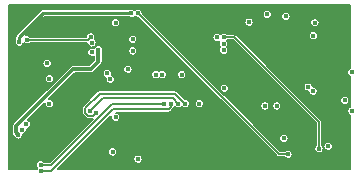
<source format=gbr>
%TF.GenerationSoftware,KiCad,Pcbnew,(5.1.6)-1*%
%TF.CreationDate,2020-10-08T19:10:47-07:00*%
%TF.ProjectId,SinESC-Multi-2.3B,53696e45-5343-42d4-9d75-6c74692d322e,2.3B*%
%TF.SameCoordinates,Original*%
%TF.FileFunction,Copper,L2,Inr*%
%TF.FilePolarity,Positive*%
%FSLAX46Y46*%
G04 Gerber Fmt 4.6, Leading zero omitted, Abs format (unit mm)*
G04 Created by KiCad (PCBNEW (5.1.6)-1) date 2020-10-08 19:10:47*
%MOMM*%
%LPD*%
G01*
G04 APERTURE LIST*
%TA.AperFunction,ViaPad*%
%ADD10C,0.400000*%
%TD*%
%TA.AperFunction,Conductor*%
%ADD11C,0.130000*%
%TD*%
%TA.AperFunction,Conductor*%
%ADD12C,0.250000*%
%TD*%
%TA.AperFunction,Conductor*%
%ADD13C,0.300000*%
%TD*%
G04 APERTURE END LIST*
D10*
%TO.N,Earth*%
X26500000Y-28600000D03*
X44000000Y-23625000D03*
X41325000Y-22850000D03*
X41475000Y-17050000D03*
X42592500Y-27507500D03*
X17100000Y-18500000D03*
X33800000Y-22600000D03*
X22500000Y-18240055D03*
X44600000Y-21250000D03*
%TO.N,+3V3*%
X31100000Y-23900000D03*
X38100000Y-16950000D03*
X39600000Y-29300000D03*
X43050000Y-25650000D03*
X41325000Y-22150000D03*
X41250000Y-15750000D03*
X25800000Y-21850000D03*
X24000000Y-19200000D03*
X29100000Y-21450000D03*
%TO.N,VBUS*%
X16450000Y-18700000D03*
X25950000Y-16250000D03*
X37250000Y-24100000D03*
%TO.N,SHUNT_U*%
X35900000Y-17000000D03*
X39025000Y-16525000D03*
%TO.N,SHUNT_V*%
X38250000Y-24100000D03*
X37450000Y-16350000D03*
%TO.N,SHUNT_W*%
X26500000Y-16250000D03*
X39200000Y-28200000D03*
%TO.N,CUR_U*%
X41350000Y-18150000D03*
X33750000Y-19400000D03*
%TO.N,CUR_V*%
X33750000Y-18850000D03*
X40900000Y-22500000D03*
%TO.N,CUR_W*%
X33750000Y-18300000D03*
X41825000Y-27725000D03*
%TO.N,HSU*%
X24600000Y-17050000D03*
X19000000Y-23900000D03*
%TO.N,LSU*%
X16348094Y-26551102D03*
X23152673Y-19352673D03*
%TO.N,HSV*%
X33200000Y-18300000D03*
X19000000Y-21800000D03*
%TO.N,LSV*%
X38850000Y-26850000D03*
X16700000Y-26100008D03*
%TO.N,HSW*%
X18800000Y-20500000D03*
X24600000Y-25050000D03*
%TO.N,LSW*%
X24350000Y-28000000D03*
X17055217Y-25644815D03*
%TO.N,DRV_EN*%
X30200000Y-21450000D03*
X22601986Y-18760162D03*
%TO.N,DRV_FAULT*%
X26050000Y-18450000D03*
X22600000Y-19550000D03*
%TO.N,PWM_V_L*%
X25650000Y-21000000D03*
X26050000Y-19450000D03*
%TO.N,PWM_U_H*%
X24150000Y-21850000D03*
X28550000Y-21450000D03*
%TO.N,PWM_W_H*%
X23900000Y-21350000D03*
X27995685Y-21445685D03*
%TO.N,SPI_CSN*%
X18250000Y-29100000D03*
X28737667Y-23937667D03*
%TO.N,SPI_SCK*%
X18250000Y-29644988D03*
X29300000Y-23900000D03*
%TO.N,SPI_SDO*%
X29900000Y-23900000D03*
X22450000Y-24500000D03*
%TO.N,SPI_SDI*%
X30500000Y-23900000D03*
X22950000Y-24700000D03*
%TO.N,SINWIRE*%
X44600000Y-24525000D03*
X31694970Y-23900000D03*
%TD*%
D11*
%TO.N,Earth*%
X22240055Y-18500000D02*
X22500000Y-18240055D01*
X17100000Y-18500000D02*
X22240055Y-18500000D01*
D12*
%TO.N,VBUS*%
X16450000Y-18250000D02*
X16450000Y-18700000D01*
X25950000Y-16250000D02*
X18450000Y-16250000D01*
X18450000Y-16250000D02*
X16450000Y-18250000D01*
D11*
%TO.N,SHUNT_W*%
X38450000Y-28200000D02*
X39200000Y-28200000D01*
X26500000Y-16250000D02*
X38450000Y-28200000D01*
%TO.N,CUR_W*%
X41825000Y-25475000D02*
X41825000Y-27725000D01*
X33750000Y-18300000D02*
X34650000Y-18300000D01*
X34650000Y-18300000D02*
X41825000Y-25475000D01*
D13*
%TO.N,LSU*%
X23152673Y-20347327D02*
X23152673Y-19352673D01*
X16148095Y-26351103D02*
X16148095Y-25841535D01*
X16348094Y-26551102D02*
X16148095Y-26351103D01*
X16148095Y-25841535D02*
X20989630Y-21000000D01*
X20989630Y-21000000D02*
X22500000Y-21000000D01*
X22500000Y-21000000D02*
X23152673Y-20347327D01*
D11*
%TO.N,SPI_CSN*%
X19161478Y-29100000D02*
X24323811Y-23937667D01*
X24323811Y-23937667D02*
X28737667Y-23937667D01*
X18250000Y-29100000D02*
X19161478Y-29100000D01*
%TO.N,SPI_SCK*%
X29300000Y-24200000D02*
X29300000Y-23900000D01*
X29100000Y-24400000D02*
X29300000Y-24200000D01*
X24400000Y-24400000D02*
X29100000Y-24400000D01*
X18250000Y-29644988D02*
X19155012Y-29644988D01*
X19155012Y-29644988D02*
X24400000Y-24400000D01*
%TO.N,SPI_SDO*%
X23500000Y-23450000D02*
X22450000Y-24500000D01*
X29900000Y-23900000D02*
X29450000Y-23450000D01*
X29450000Y-23450000D02*
X23500000Y-23450000D01*
%TO.N,SPI_SDI*%
X22250000Y-24950000D02*
X22700000Y-24950000D01*
X22700000Y-24950000D02*
X22950000Y-24700000D01*
X30500000Y-23900000D02*
X29650000Y-23050000D01*
X23250000Y-23050000D02*
X22000000Y-24300000D01*
X22000000Y-24700000D02*
X22250000Y-24950000D01*
X29650000Y-23050000D02*
X23250000Y-23050000D01*
X22000000Y-24300000D02*
X22000000Y-24700000D01*
%TD*%
%TO.N,+3V3*%
G36*
X44485000Y-20870137D02*
G01*
X44484783Y-20870180D01*
X44412897Y-20899956D01*
X44348202Y-20943184D01*
X44293184Y-20998202D01*
X44249956Y-21062897D01*
X44220180Y-21134783D01*
X44205000Y-21211096D01*
X44205000Y-21288904D01*
X44220180Y-21365217D01*
X44249956Y-21437103D01*
X44293184Y-21501798D01*
X44348202Y-21556816D01*
X44412897Y-21600044D01*
X44484783Y-21629820D01*
X44485000Y-21629863D01*
X44485000Y-24145137D01*
X44484783Y-24145180D01*
X44412897Y-24174956D01*
X44348202Y-24218184D01*
X44293184Y-24273202D01*
X44249956Y-24337897D01*
X44220180Y-24409783D01*
X44205000Y-24486096D01*
X44205000Y-24563904D01*
X44220180Y-24640217D01*
X44249956Y-24712103D01*
X44293184Y-24776798D01*
X44348202Y-24831816D01*
X44412897Y-24875044D01*
X44484783Y-24904820D01*
X44485000Y-24904863D01*
X44485000Y-29435000D01*
X19732694Y-29435000D01*
X20606598Y-28561096D01*
X26105000Y-28561096D01*
X26105000Y-28638904D01*
X26120180Y-28715217D01*
X26149956Y-28787103D01*
X26193184Y-28851798D01*
X26248202Y-28906816D01*
X26312897Y-28950044D01*
X26384783Y-28979820D01*
X26461096Y-28995000D01*
X26538904Y-28995000D01*
X26615217Y-28979820D01*
X26687103Y-28950044D01*
X26751798Y-28906816D01*
X26806816Y-28851798D01*
X26850044Y-28787103D01*
X26879820Y-28715217D01*
X26895000Y-28638904D01*
X26895000Y-28561096D01*
X26879820Y-28484783D01*
X26850044Y-28412897D01*
X26806816Y-28348202D01*
X26751798Y-28293184D01*
X26687103Y-28249956D01*
X26615217Y-28220180D01*
X26538904Y-28205000D01*
X26461096Y-28205000D01*
X26384783Y-28220180D01*
X26312897Y-28249956D01*
X26248202Y-28293184D01*
X26193184Y-28348202D01*
X26149956Y-28412897D01*
X26120180Y-28484783D01*
X26105000Y-28561096D01*
X20606598Y-28561096D01*
X21206598Y-27961096D01*
X23955000Y-27961096D01*
X23955000Y-28038904D01*
X23970180Y-28115217D01*
X23999956Y-28187103D01*
X24043184Y-28251798D01*
X24098202Y-28306816D01*
X24162897Y-28350044D01*
X24234783Y-28379820D01*
X24311096Y-28395000D01*
X24388904Y-28395000D01*
X24465217Y-28379820D01*
X24537103Y-28350044D01*
X24601798Y-28306816D01*
X24656816Y-28251798D01*
X24700044Y-28187103D01*
X24729820Y-28115217D01*
X24745000Y-28038904D01*
X24745000Y-27961096D01*
X24729820Y-27884783D01*
X24700044Y-27812897D01*
X24656816Y-27748202D01*
X24601798Y-27693184D01*
X24537103Y-27649956D01*
X24465217Y-27620180D01*
X24388904Y-27605000D01*
X24311096Y-27605000D01*
X24234783Y-27620180D01*
X24162897Y-27649956D01*
X24098202Y-27693184D01*
X24043184Y-27748202D01*
X23999956Y-27812897D01*
X23970180Y-27884783D01*
X23955000Y-27961096D01*
X21206598Y-27961096D01*
X24217018Y-24950678D01*
X24205000Y-25011096D01*
X24205000Y-25088904D01*
X24220180Y-25165217D01*
X24249956Y-25237103D01*
X24293184Y-25301798D01*
X24348202Y-25356816D01*
X24412897Y-25400044D01*
X24484783Y-25429820D01*
X24561096Y-25445000D01*
X24638904Y-25445000D01*
X24715217Y-25429820D01*
X24787103Y-25400044D01*
X24851798Y-25356816D01*
X24906816Y-25301798D01*
X24950044Y-25237103D01*
X24979820Y-25165217D01*
X24995000Y-25088904D01*
X24995000Y-25011096D01*
X24979820Y-24934783D01*
X24950044Y-24862897D01*
X24906816Y-24798202D01*
X24851798Y-24743184D01*
X24787103Y-24699956D01*
X24715217Y-24670180D01*
X24664040Y-24660000D01*
X29087238Y-24660000D01*
X29100000Y-24661257D01*
X29112762Y-24660000D01*
X29112773Y-24660000D01*
X29150969Y-24656238D01*
X29199979Y-24641371D01*
X29245147Y-24617228D01*
X29284737Y-24584737D01*
X29292883Y-24574811D01*
X29474815Y-24392880D01*
X29484737Y-24384737D01*
X29517228Y-24345147D01*
X29527898Y-24325185D01*
X29541371Y-24299980D01*
X29556238Y-24250969D01*
X29556429Y-24249031D01*
X29560000Y-24212773D01*
X29560000Y-24212765D01*
X29561257Y-24200000D01*
X29561020Y-24197594D01*
X29600000Y-24158614D01*
X29648202Y-24206816D01*
X29712897Y-24250044D01*
X29784783Y-24279820D01*
X29861096Y-24295000D01*
X29938904Y-24295000D01*
X30015217Y-24279820D01*
X30087103Y-24250044D01*
X30151798Y-24206816D01*
X30200000Y-24158614D01*
X30248202Y-24206816D01*
X30312897Y-24250044D01*
X30384783Y-24279820D01*
X30461096Y-24295000D01*
X30538904Y-24295000D01*
X30615217Y-24279820D01*
X30687103Y-24250044D01*
X30751798Y-24206816D01*
X30806816Y-24151798D01*
X30850044Y-24087103D01*
X30879820Y-24015217D01*
X30895000Y-23938904D01*
X30895000Y-23861096D01*
X31299970Y-23861096D01*
X31299970Y-23938904D01*
X31315150Y-24015217D01*
X31344926Y-24087103D01*
X31388154Y-24151798D01*
X31443172Y-24206816D01*
X31507867Y-24250044D01*
X31579753Y-24279820D01*
X31656066Y-24295000D01*
X31733874Y-24295000D01*
X31810187Y-24279820D01*
X31882073Y-24250044D01*
X31946768Y-24206816D01*
X32001786Y-24151798D01*
X32045014Y-24087103D01*
X32074790Y-24015217D01*
X32089970Y-23938904D01*
X32089970Y-23861096D01*
X32074790Y-23784783D01*
X32045014Y-23712897D01*
X32001786Y-23648202D01*
X31946768Y-23593184D01*
X31882073Y-23549956D01*
X31810187Y-23520180D01*
X31733874Y-23505000D01*
X31656066Y-23505000D01*
X31579753Y-23520180D01*
X31507867Y-23549956D01*
X31443172Y-23593184D01*
X31388154Y-23648202D01*
X31344926Y-23712897D01*
X31315150Y-23784783D01*
X31299970Y-23861096D01*
X30895000Y-23861096D01*
X30879820Y-23784783D01*
X30850044Y-23712897D01*
X30806816Y-23648202D01*
X30751798Y-23593184D01*
X30687103Y-23549956D01*
X30615217Y-23520180D01*
X30538904Y-23505000D01*
X30472695Y-23505000D01*
X29842884Y-22875190D01*
X29834737Y-22865263D01*
X29795147Y-22832772D01*
X29749979Y-22808629D01*
X29700969Y-22793762D01*
X29662773Y-22790000D01*
X29662762Y-22790000D01*
X29650000Y-22788743D01*
X29637238Y-22790000D01*
X23262762Y-22790000D01*
X23250000Y-22788743D01*
X23237237Y-22790000D01*
X23237227Y-22790000D01*
X23199031Y-22793762D01*
X23150021Y-22808629D01*
X23145406Y-22811096D01*
X23104852Y-22832772D01*
X23083807Y-22850044D01*
X23065263Y-22865263D01*
X23057121Y-22875184D01*
X21825190Y-24107116D01*
X21815263Y-24115263D01*
X21782772Y-24154853D01*
X21758629Y-24200022D01*
X21743762Y-24249032D01*
X21740000Y-24287228D01*
X21740000Y-24287238D01*
X21738743Y-24300000D01*
X21740000Y-24312763D01*
X21740001Y-24687228D01*
X21738743Y-24700000D01*
X21740001Y-24712772D01*
X21740001Y-24712773D01*
X21743763Y-24750969D01*
X21745361Y-24756237D01*
X21758630Y-24799979D01*
X21782772Y-24845147D01*
X21797340Y-24862897D01*
X21815264Y-24884737D01*
X21825184Y-24892879D01*
X22057125Y-25124821D01*
X22065263Y-25134737D01*
X22075179Y-25142875D01*
X22075183Y-25142879D01*
X22099332Y-25162697D01*
X22104853Y-25167228D01*
X22150021Y-25191371D01*
X22199031Y-25206238D01*
X22237227Y-25210000D01*
X22237236Y-25210000D01*
X22249999Y-25211257D01*
X22262762Y-25210000D01*
X22683783Y-25210000D01*
X19053784Y-28840000D01*
X18548614Y-28840000D01*
X18501798Y-28793184D01*
X18437103Y-28749956D01*
X18365217Y-28720180D01*
X18288904Y-28705000D01*
X18211096Y-28705000D01*
X18134783Y-28720180D01*
X18062897Y-28749956D01*
X17998202Y-28793184D01*
X17943184Y-28848202D01*
X17899956Y-28912897D01*
X17870180Y-28984783D01*
X17855000Y-29061096D01*
X17855000Y-29138904D01*
X17870180Y-29215217D01*
X17899956Y-29287103D01*
X17943184Y-29351798D01*
X17963880Y-29372494D01*
X17943184Y-29393190D01*
X17915247Y-29435000D01*
X15615000Y-29435000D01*
X15615000Y-25841535D01*
X15801427Y-25841535D01*
X15803096Y-25858483D01*
X15803095Y-26334164D01*
X15801427Y-26351103D01*
X15803095Y-26368041D01*
X15803095Y-26368048D01*
X15808087Y-26418734D01*
X15827815Y-26483766D01*
X15859850Y-26543701D01*
X15902963Y-26596234D01*
X15916126Y-26607037D01*
X15966503Y-26657414D01*
X15968274Y-26666319D01*
X15998050Y-26738205D01*
X16041278Y-26802900D01*
X16096296Y-26857918D01*
X16160991Y-26901146D01*
X16232877Y-26930922D01*
X16309190Y-26946102D01*
X16386998Y-26946102D01*
X16463311Y-26930922D01*
X16535197Y-26901146D01*
X16599892Y-26857918D01*
X16654910Y-26802900D01*
X16698138Y-26738205D01*
X16727914Y-26666319D01*
X16743094Y-26590006D01*
X16743094Y-26512198D01*
X16739645Y-26494861D01*
X16815217Y-26479828D01*
X16887103Y-26450052D01*
X16951798Y-26406824D01*
X17006816Y-26351806D01*
X17050044Y-26287111D01*
X17079820Y-26215225D01*
X17095000Y-26138912D01*
X17095000Y-26061104D01*
X17090765Y-26039815D01*
X17094121Y-26039815D01*
X17170434Y-26024635D01*
X17242320Y-25994859D01*
X17307015Y-25951631D01*
X17362033Y-25896613D01*
X17405261Y-25831918D01*
X17435037Y-25760032D01*
X17450217Y-25683719D01*
X17450217Y-25605911D01*
X17435037Y-25529598D01*
X17405261Y-25457712D01*
X17362033Y-25393017D01*
X17307015Y-25337999D01*
X17242320Y-25294771D01*
X17200206Y-25277327D01*
X18605000Y-23872533D01*
X18605000Y-23938904D01*
X18620180Y-24015217D01*
X18649956Y-24087103D01*
X18693184Y-24151798D01*
X18748202Y-24206816D01*
X18812897Y-24250044D01*
X18884783Y-24279820D01*
X18961096Y-24295000D01*
X19038904Y-24295000D01*
X19115217Y-24279820D01*
X19187103Y-24250044D01*
X19251798Y-24206816D01*
X19306816Y-24151798D01*
X19350044Y-24087103D01*
X19379820Y-24015217D01*
X19395000Y-23938904D01*
X19395000Y-23861096D01*
X19379820Y-23784783D01*
X19350044Y-23712897D01*
X19306816Y-23648202D01*
X19251798Y-23593184D01*
X19187103Y-23549956D01*
X19115217Y-23520180D01*
X19038904Y-23505000D01*
X18972534Y-23505000D01*
X21132534Y-21345000D01*
X22483062Y-21345000D01*
X22500000Y-21346668D01*
X22516938Y-21345000D01*
X22516946Y-21345000D01*
X22567632Y-21340008D01*
X22632664Y-21320280D01*
X22649846Y-21311096D01*
X23505000Y-21311096D01*
X23505000Y-21388904D01*
X23520180Y-21465217D01*
X23549956Y-21537103D01*
X23593184Y-21601798D01*
X23648202Y-21656816D01*
X23712897Y-21700044D01*
X23774073Y-21725384D01*
X23770180Y-21734783D01*
X23755000Y-21811096D01*
X23755000Y-21888904D01*
X23770180Y-21965217D01*
X23799956Y-22037103D01*
X23843184Y-22101798D01*
X23898202Y-22156816D01*
X23962897Y-22200044D01*
X24034783Y-22229820D01*
X24111096Y-22245000D01*
X24188904Y-22245000D01*
X24265217Y-22229820D01*
X24337103Y-22200044D01*
X24401798Y-22156816D01*
X24456816Y-22101798D01*
X24500044Y-22037103D01*
X24529820Y-21965217D01*
X24545000Y-21888904D01*
X24545000Y-21811096D01*
X24529820Y-21734783D01*
X24500044Y-21662897D01*
X24456816Y-21598202D01*
X24401798Y-21543184D01*
X24337103Y-21499956D01*
X24275927Y-21474616D01*
X24279820Y-21465217D01*
X24291443Y-21406781D01*
X27600685Y-21406781D01*
X27600685Y-21484589D01*
X27615865Y-21560902D01*
X27645641Y-21632788D01*
X27688869Y-21697483D01*
X27743887Y-21752501D01*
X27808582Y-21795729D01*
X27880468Y-21825505D01*
X27956781Y-21840685D01*
X28034589Y-21840685D01*
X28110902Y-21825505D01*
X28182788Y-21795729D01*
X28247483Y-21752501D01*
X28270685Y-21729299D01*
X28298202Y-21756816D01*
X28362897Y-21800044D01*
X28434783Y-21829820D01*
X28511096Y-21845000D01*
X28588904Y-21845000D01*
X28665217Y-21829820D01*
X28737103Y-21800044D01*
X28801798Y-21756816D01*
X28856816Y-21701798D01*
X28900044Y-21637103D01*
X28929820Y-21565217D01*
X28945000Y-21488904D01*
X28945000Y-21411096D01*
X29805000Y-21411096D01*
X29805000Y-21488904D01*
X29820180Y-21565217D01*
X29849956Y-21637103D01*
X29893184Y-21701798D01*
X29948202Y-21756816D01*
X30012897Y-21800044D01*
X30084783Y-21829820D01*
X30161096Y-21845000D01*
X30238904Y-21845000D01*
X30315217Y-21829820D01*
X30387103Y-21800044D01*
X30451798Y-21756816D01*
X30506816Y-21701798D01*
X30550044Y-21637103D01*
X30579820Y-21565217D01*
X30595000Y-21488904D01*
X30595000Y-21411096D01*
X30579820Y-21334783D01*
X30550044Y-21262897D01*
X30506816Y-21198202D01*
X30451798Y-21143184D01*
X30387103Y-21099956D01*
X30315217Y-21070180D01*
X30238904Y-21055000D01*
X30161096Y-21055000D01*
X30084783Y-21070180D01*
X30012897Y-21099956D01*
X29948202Y-21143184D01*
X29893184Y-21198202D01*
X29849956Y-21262897D01*
X29820180Y-21334783D01*
X29805000Y-21411096D01*
X28945000Y-21411096D01*
X28929820Y-21334783D01*
X28900044Y-21262897D01*
X28856816Y-21198202D01*
X28801798Y-21143184D01*
X28737103Y-21099956D01*
X28665217Y-21070180D01*
X28588904Y-21055000D01*
X28511096Y-21055000D01*
X28434783Y-21070180D01*
X28362897Y-21099956D01*
X28298202Y-21143184D01*
X28275000Y-21166386D01*
X28247483Y-21138869D01*
X28182788Y-21095641D01*
X28110902Y-21065865D01*
X28034589Y-21050685D01*
X27956781Y-21050685D01*
X27880468Y-21065865D01*
X27808582Y-21095641D01*
X27743887Y-21138869D01*
X27688869Y-21193887D01*
X27645641Y-21258582D01*
X27615865Y-21330468D01*
X27600685Y-21406781D01*
X24291443Y-21406781D01*
X24295000Y-21388904D01*
X24295000Y-21311096D01*
X24279820Y-21234783D01*
X24250044Y-21162897D01*
X24206816Y-21098202D01*
X24151798Y-21043184D01*
X24087103Y-20999956D01*
X24015217Y-20970180D01*
X23969550Y-20961096D01*
X25255000Y-20961096D01*
X25255000Y-21038904D01*
X25270180Y-21115217D01*
X25299956Y-21187103D01*
X25343184Y-21251798D01*
X25398202Y-21306816D01*
X25462897Y-21350044D01*
X25534783Y-21379820D01*
X25611096Y-21395000D01*
X25688904Y-21395000D01*
X25765217Y-21379820D01*
X25837103Y-21350044D01*
X25901798Y-21306816D01*
X25956816Y-21251798D01*
X26000044Y-21187103D01*
X26029820Y-21115217D01*
X26045000Y-21038904D01*
X26045000Y-20961096D01*
X26029820Y-20884783D01*
X26000044Y-20812897D01*
X25956816Y-20748202D01*
X25901798Y-20693184D01*
X25837103Y-20649956D01*
X25765217Y-20620180D01*
X25688904Y-20605000D01*
X25611096Y-20605000D01*
X25534783Y-20620180D01*
X25462897Y-20649956D01*
X25398202Y-20693184D01*
X25343184Y-20748202D01*
X25299956Y-20812897D01*
X25270180Y-20884783D01*
X25255000Y-20961096D01*
X23969550Y-20961096D01*
X23938904Y-20955000D01*
X23861096Y-20955000D01*
X23784783Y-20970180D01*
X23712897Y-20999956D01*
X23648202Y-21043184D01*
X23593184Y-21098202D01*
X23549956Y-21162897D01*
X23520180Y-21234783D01*
X23505000Y-21311096D01*
X22649846Y-21311096D01*
X22692599Y-21288245D01*
X22745132Y-21245132D01*
X22755938Y-21231965D01*
X23384648Y-20603256D01*
X23397804Y-20592459D01*
X23408602Y-20579302D01*
X23408607Y-20579297D01*
X23440918Y-20539926D01*
X23472952Y-20479992D01*
X23472953Y-20479991D01*
X23492681Y-20414959D01*
X23497673Y-20364273D01*
X23497673Y-20364266D01*
X23499341Y-20347328D01*
X23497673Y-20330390D01*
X23497673Y-19547325D01*
X23502717Y-19539776D01*
X23532493Y-19467890D01*
X23543790Y-19411096D01*
X25655000Y-19411096D01*
X25655000Y-19488904D01*
X25670180Y-19565217D01*
X25699956Y-19637103D01*
X25743184Y-19701798D01*
X25798202Y-19756816D01*
X25862897Y-19800044D01*
X25934783Y-19829820D01*
X26011096Y-19845000D01*
X26088904Y-19845000D01*
X26165217Y-19829820D01*
X26237103Y-19800044D01*
X26301798Y-19756816D01*
X26356816Y-19701798D01*
X26400044Y-19637103D01*
X26429820Y-19565217D01*
X26445000Y-19488904D01*
X26445000Y-19411096D01*
X26429820Y-19334783D01*
X26400044Y-19262897D01*
X26356816Y-19198202D01*
X26301798Y-19143184D01*
X26237103Y-19099956D01*
X26165217Y-19070180D01*
X26088904Y-19055000D01*
X26011096Y-19055000D01*
X25934783Y-19070180D01*
X25862897Y-19099956D01*
X25798202Y-19143184D01*
X25743184Y-19198202D01*
X25699956Y-19262897D01*
X25670180Y-19334783D01*
X25655000Y-19411096D01*
X23543790Y-19411096D01*
X23547673Y-19391577D01*
X23547673Y-19313769D01*
X23532493Y-19237456D01*
X23502717Y-19165570D01*
X23459489Y-19100875D01*
X23404471Y-19045857D01*
X23339776Y-19002629D01*
X23267890Y-18972853D01*
X23191577Y-18957673D01*
X23113769Y-18957673D01*
X23037456Y-18972853D01*
X22965570Y-19002629D01*
X22900875Y-19045857D01*
X22845857Y-19100875D01*
X22802629Y-19165570D01*
X22788108Y-19200627D01*
X22787103Y-19199956D01*
X22715217Y-19170180D01*
X22639718Y-19155162D01*
X22640890Y-19155162D01*
X22717203Y-19139982D01*
X22789089Y-19110206D01*
X22853784Y-19066978D01*
X22908802Y-19011960D01*
X22952030Y-18947265D01*
X22981806Y-18875379D01*
X22996986Y-18799066D01*
X22996986Y-18721258D01*
X22981806Y-18644945D01*
X22952030Y-18573059D01*
X22908802Y-18508364D01*
X22853784Y-18453346D01*
X22839101Y-18443535D01*
X22850044Y-18427158D01*
X22856697Y-18411096D01*
X25655000Y-18411096D01*
X25655000Y-18488904D01*
X25670180Y-18565217D01*
X25699956Y-18637103D01*
X25743184Y-18701798D01*
X25798202Y-18756816D01*
X25862897Y-18800044D01*
X25934783Y-18829820D01*
X26011096Y-18845000D01*
X26088904Y-18845000D01*
X26165217Y-18829820D01*
X26237103Y-18800044D01*
X26301798Y-18756816D01*
X26356816Y-18701798D01*
X26400044Y-18637103D01*
X26429820Y-18565217D01*
X26445000Y-18488904D01*
X26445000Y-18411096D01*
X26429820Y-18334783D01*
X26400044Y-18262897D01*
X26356816Y-18198202D01*
X26301798Y-18143184D01*
X26237103Y-18099956D01*
X26165217Y-18070180D01*
X26088904Y-18055000D01*
X26011096Y-18055000D01*
X25934783Y-18070180D01*
X25862897Y-18099956D01*
X25798202Y-18143184D01*
X25743184Y-18198202D01*
X25699956Y-18262897D01*
X25670180Y-18334783D01*
X25655000Y-18411096D01*
X22856697Y-18411096D01*
X22879820Y-18355272D01*
X22895000Y-18278959D01*
X22895000Y-18201151D01*
X22879820Y-18124838D01*
X22850044Y-18052952D01*
X22806816Y-17988257D01*
X22751798Y-17933239D01*
X22687103Y-17890011D01*
X22615217Y-17860235D01*
X22538904Y-17845055D01*
X22461096Y-17845055D01*
X22384783Y-17860235D01*
X22312897Y-17890011D01*
X22248202Y-17933239D01*
X22193184Y-17988257D01*
X22149956Y-18052952D01*
X22120180Y-18124838D01*
X22105000Y-18201151D01*
X22105000Y-18240000D01*
X17398614Y-18240000D01*
X17351798Y-18193184D01*
X17287103Y-18149956D01*
X17215217Y-18120180D01*
X17138904Y-18105000D01*
X17061096Y-18105000D01*
X17044183Y-18108364D01*
X18141451Y-17011096D01*
X24205000Y-17011096D01*
X24205000Y-17088904D01*
X24220180Y-17165217D01*
X24249956Y-17237103D01*
X24293184Y-17301798D01*
X24348202Y-17356816D01*
X24412897Y-17400044D01*
X24484783Y-17429820D01*
X24561096Y-17445000D01*
X24638904Y-17445000D01*
X24715217Y-17429820D01*
X24787103Y-17400044D01*
X24851798Y-17356816D01*
X24906816Y-17301798D01*
X24950044Y-17237103D01*
X24979820Y-17165217D01*
X24995000Y-17088904D01*
X24995000Y-17011096D01*
X24979820Y-16934783D01*
X24950044Y-16862897D01*
X24906816Y-16798202D01*
X24851798Y-16743184D01*
X24787103Y-16699956D01*
X24715217Y-16670180D01*
X24638904Y-16655000D01*
X24561096Y-16655000D01*
X24484783Y-16670180D01*
X24412897Y-16699956D01*
X24348202Y-16743184D01*
X24293184Y-16798202D01*
X24249956Y-16862897D01*
X24220180Y-16934783D01*
X24205000Y-17011096D01*
X18141451Y-17011096D01*
X18582548Y-16570000D01*
X25717933Y-16570000D01*
X25762897Y-16600044D01*
X25834783Y-16629820D01*
X25911096Y-16645000D01*
X25988904Y-16645000D01*
X26065217Y-16629820D01*
X26137103Y-16600044D01*
X26201798Y-16556816D01*
X26225000Y-16533614D01*
X26248202Y-16556816D01*
X26312897Y-16600044D01*
X26384783Y-16629820D01*
X26461096Y-16645000D01*
X26527306Y-16645000D01*
X38257121Y-28374816D01*
X38265263Y-28384737D01*
X38275184Y-28392879D01*
X38304852Y-28417228D01*
X38328995Y-28430132D01*
X38350021Y-28441371D01*
X38399031Y-28456238D01*
X38437227Y-28460000D01*
X38437236Y-28460000D01*
X38449999Y-28461257D01*
X38462762Y-28460000D01*
X38901386Y-28460000D01*
X38948202Y-28506816D01*
X39012897Y-28550044D01*
X39084783Y-28579820D01*
X39161096Y-28595000D01*
X39238904Y-28595000D01*
X39315217Y-28579820D01*
X39387103Y-28550044D01*
X39451798Y-28506816D01*
X39506816Y-28451798D01*
X39550044Y-28387103D01*
X39579820Y-28315217D01*
X39595000Y-28238904D01*
X39595000Y-28161096D01*
X39579820Y-28084783D01*
X39550044Y-28012897D01*
X39506816Y-27948202D01*
X39451798Y-27893184D01*
X39387103Y-27849956D01*
X39315217Y-27820180D01*
X39238904Y-27805000D01*
X39161096Y-27805000D01*
X39084783Y-27820180D01*
X39012897Y-27849956D01*
X38948202Y-27893184D01*
X38901386Y-27940000D01*
X38557695Y-27940000D01*
X37428791Y-26811096D01*
X38455000Y-26811096D01*
X38455000Y-26888904D01*
X38470180Y-26965217D01*
X38499956Y-27037103D01*
X38543184Y-27101798D01*
X38598202Y-27156816D01*
X38662897Y-27200044D01*
X38734783Y-27229820D01*
X38811096Y-27245000D01*
X38888904Y-27245000D01*
X38965217Y-27229820D01*
X39037103Y-27200044D01*
X39101798Y-27156816D01*
X39156816Y-27101798D01*
X39200044Y-27037103D01*
X39229820Y-26965217D01*
X39245000Y-26888904D01*
X39245000Y-26811096D01*
X39229820Y-26734783D01*
X39200044Y-26662897D01*
X39156816Y-26598202D01*
X39101798Y-26543184D01*
X39037103Y-26499956D01*
X38965217Y-26470180D01*
X38888904Y-26455000D01*
X38811096Y-26455000D01*
X38734783Y-26470180D01*
X38662897Y-26499956D01*
X38598202Y-26543184D01*
X38543184Y-26598202D01*
X38499956Y-26662897D01*
X38470180Y-26734783D01*
X38455000Y-26811096D01*
X37428791Y-26811096D01*
X34678791Y-24061096D01*
X36855000Y-24061096D01*
X36855000Y-24138904D01*
X36870180Y-24215217D01*
X36899956Y-24287103D01*
X36943184Y-24351798D01*
X36998202Y-24406816D01*
X37062897Y-24450044D01*
X37134783Y-24479820D01*
X37211096Y-24495000D01*
X37288904Y-24495000D01*
X37365217Y-24479820D01*
X37437103Y-24450044D01*
X37501798Y-24406816D01*
X37556816Y-24351798D01*
X37600044Y-24287103D01*
X37629820Y-24215217D01*
X37645000Y-24138904D01*
X37645000Y-24061096D01*
X37855000Y-24061096D01*
X37855000Y-24138904D01*
X37870180Y-24215217D01*
X37899956Y-24287103D01*
X37943184Y-24351798D01*
X37998202Y-24406816D01*
X38062897Y-24450044D01*
X38134783Y-24479820D01*
X38211096Y-24495000D01*
X38288904Y-24495000D01*
X38365217Y-24479820D01*
X38437103Y-24450044D01*
X38501798Y-24406816D01*
X38556816Y-24351798D01*
X38600044Y-24287103D01*
X38629820Y-24215217D01*
X38645000Y-24138904D01*
X38645000Y-24061096D01*
X38629820Y-23984783D01*
X38600044Y-23912897D01*
X38556816Y-23848202D01*
X38501798Y-23793184D01*
X38437103Y-23749956D01*
X38365217Y-23720180D01*
X38288904Y-23705000D01*
X38211096Y-23705000D01*
X38134783Y-23720180D01*
X38062897Y-23749956D01*
X37998202Y-23793184D01*
X37943184Y-23848202D01*
X37899956Y-23912897D01*
X37870180Y-23984783D01*
X37855000Y-24061096D01*
X37645000Y-24061096D01*
X37629820Y-23984783D01*
X37600044Y-23912897D01*
X37556816Y-23848202D01*
X37501798Y-23793184D01*
X37437103Y-23749956D01*
X37365217Y-23720180D01*
X37288904Y-23705000D01*
X37211096Y-23705000D01*
X37134783Y-23720180D01*
X37062897Y-23749956D01*
X36998202Y-23793184D01*
X36943184Y-23848202D01*
X36899956Y-23912897D01*
X36870180Y-23984783D01*
X36855000Y-24061096D01*
X34678791Y-24061096D01*
X33178791Y-22561096D01*
X33405000Y-22561096D01*
X33405000Y-22638904D01*
X33420180Y-22715217D01*
X33449956Y-22787103D01*
X33493184Y-22851798D01*
X33548202Y-22906816D01*
X33612897Y-22950044D01*
X33684783Y-22979820D01*
X33761096Y-22995000D01*
X33838904Y-22995000D01*
X33915217Y-22979820D01*
X33987103Y-22950044D01*
X34051798Y-22906816D01*
X34106816Y-22851798D01*
X34150044Y-22787103D01*
X34179820Y-22715217D01*
X34195000Y-22638904D01*
X34195000Y-22561096D01*
X34179820Y-22484783D01*
X34150044Y-22412897D01*
X34106816Y-22348202D01*
X34051798Y-22293184D01*
X33987103Y-22249956D01*
X33915217Y-22220180D01*
X33838904Y-22205000D01*
X33761096Y-22205000D01*
X33684783Y-22220180D01*
X33612897Y-22249956D01*
X33548202Y-22293184D01*
X33493184Y-22348202D01*
X33449956Y-22412897D01*
X33420180Y-22484783D01*
X33405000Y-22561096D01*
X33178791Y-22561096D01*
X28878791Y-18261096D01*
X32805000Y-18261096D01*
X32805000Y-18338904D01*
X32820180Y-18415217D01*
X32849956Y-18487103D01*
X32893184Y-18551798D01*
X32948202Y-18606816D01*
X33012897Y-18650044D01*
X33084783Y-18679820D01*
X33161096Y-18695000D01*
X33238904Y-18695000D01*
X33315217Y-18679820D01*
X33387103Y-18650044D01*
X33425838Y-18624162D01*
X33399956Y-18662897D01*
X33370180Y-18734783D01*
X33355000Y-18811096D01*
X33355000Y-18888904D01*
X33370180Y-18965217D01*
X33399956Y-19037103D01*
X33443184Y-19101798D01*
X33466386Y-19125000D01*
X33443184Y-19148202D01*
X33399956Y-19212897D01*
X33370180Y-19284783D01*
X33355000Y-19361096D01*
X33355000Y-19438904D01*
X33370180Y-19515217D01*
X33399956Y-19587103D01*
X33443184Y-19651798D01*
X33498202Y-19706816D01*
X33562897Y-19750044D01*
X33634783Y-19779820D01*
X33711096Y-19795000D01*
X33788904Y-19795000D01*
X33865217Y-19779820D01*
X33937103Y-19750044D01*
X34001798Y-19706816D01*
X34056816Y-19651798D01*
X34100044Y-19587103D01*
X34129820Y-19515217D01*
X34145000Y-19438904D01*
X34145000Y-19361096D01*
X34129820Y-19284783D01*
X34100044Y-19212897D01*
X34056816Y-19148202D01*
X34033614Y-19125000D01*
X34056816Y-19101798D01*
X34100044Y-19037103D01*
X34129820Y-18965217D01*
X34145000Y-18888904D01*
X34145000Y-18811096D01*
X34129820Y-18734783D01*
X34100044Y-18662897D01*
X34056816Y-18598202D01*
X34033614Y-18575000D01*
X34048614Y-18560000D01*
X34542306Y-18560000D01*
X41565000Y-25582696D01*
X41565001Y-27426385D01*
X41518184Y-27473202D01*
X41474956Y-27537897D01*
X41445180Y-27609783D01*
X41430000Y-27686096D01*
X41430000Y-27763904D01*
X41445180Y-27840217D01*
X41474956Y-27912103D01*
X41518184Y-27976798D01*
X41573202Y-28031816D01*
X41637897Y-28075044D01*
X41709783Y-28104820D01*
X41786096Y-28120000D01*
X41863904Y-28120000D01*
X41940217Y-28104820D01*
X42012103Y-28075044D01*
X42076798Y-28031816D01*
X42131816Y-27976798D01*
X42175044Y-27912103D01*
X42204820Y-27840217D01*
X42220000Y-27763904D01*
X42220000Y-27686096D01*
X42204820Y-27609783D01*
X42175044Y-27537897D01*
X42131816Y-27473202D01*
X42127210Y-27468596D01*
X42197500Y-27468596D01*
X42197500Y-27546404D01*
X42212680Y-27622717D01*
X42242456Y-27694603D01*
X42285684Y-27759298D01*
X42340702Y-27814316D01*
X42405397Y-27857544D01*
X42477283Y-27887320D01*
X42553596Y-27902500D01*
X42631404Y-27902500D01*
X42707717Y-27887320D01*
X42779603Y-27857544D01*
X42844298Y-27814316D01*
X42899316Y-27759298D01*
X42942544Y-27694603D01*
X42972320Y-27622717D01*
X42987500Y-27546404D01*
X42987500Y-27468596D01*
X42972320Y-27392283D01*
X42942544Y-27320397D01*
X42899316Y-27255702D01*
X42844298Y-27200684D01*
X42779603Y-27157456D01*
X42707717Y-27127680D01*
X42631404Y-27112500D01*
X42553596Y-27112500D01*
X42477283Y-27127680D01*
X42405397Y-27157456D01*
X42340702Y-27200684D01*
X42285684Y-27255702D01*
X42242456Y-27320397D01*
X42212680Y-27392283D01*
X42197500Y-27468596D01*
X42127210Y-27468596D01*
X42085000Y-27426386D01*
X42085000Y-25487762D01*
X42086257Y-25474999D01*
X42085000Y-25462236D01*
X42085000Y-25462227D01*
X42081238Y-25424031D01*
X42066371Y-25375021D01*
X42042228Y-25329853D01*
X42019204Y-25301798D01*
X42017879Y-25300183D01*
X42017875Y-25300179D01*
X42009737Y-25290263D01*
X41999821Y-25282125D01*
X40303792Y-23586096D01*
X43605000Y-23586096D01*
X43605000Y-23663904D01*
X43620180Y-23740217D01*
X43649956Y-23812103D01*
X43693184Y-23876798D01*
X43748202Y-23931816D01*
X43812897Y-23975044D01*
X43884783Y-24004820D01*
X43961096Y-24020000D01*
X44038904Y-24020000D01*
X44115217Y-24004820D01*
X44187103Y-23975044D01*
X44251798Y-23931816D01*
X44306816Y-23876798D01*
X44350044Y-23812103D01*
X44379820Y-23740217D01*
X44395000Y-23663904D01*
X44395000Y-23586096D01*
X44379820Y-23509783D01*
X44350044Y-23437897D01*
X44306816Y-23373202D01*
X44251798Y-23318184D01*
X44187103Y-23274956D01*
X44115217Y-23245180D01*
X44038904Y-23230000D01*
X43961096Y-23230000D01*
X43884783Y-23245180D01*
X43812897Y-23274956D01*
X43748202Y-23318184D01*
X43693184Y-23373202D01*
X43649956Y-23437897D01*
X43620180Y-23509783D01*
X43605000Y-23586096D01*
X40303792Y-23586096D01*
X39178792Y-22461096D01*
X40505000Y-22461096D01*
X40505000Y-22538904D01*
X40520180Y-22615217D01*
X40549956Y-22687103D01*
X40593184Y-22751798D01*
X40648202Y-22806816D01*
X40712897Y-22850044D01*
X40784783Y-22879820D01*
X40861096Y-22895000D01*
X40931213Y-22895000D01*
X40945180Y-22965217D01*
X40974956Y-23037103D01*
X41018184Y-23101798D01*
X41073202Y-23156816D01*
X41137897Y-23200044D01*
X41209783Y-23229820D01*
X41286096Y-23245000D01*
X41363904Y-23245000D01*
X41440217Y-23229820D01*
X41512103Y-23200044D01*
X41576798Y-23156816D01*
X41631816Y-23101798D01*
X41675044Y-23037103D01*
X41704820Y-22965217D01*
X41720000Y-22888904D01*
X41720000Y-22811096D01*
X41704820Y-22734783D01*
X41675044Y-22662897D01*
X41631816Y-22598202D01*
X41576798Y-22543184D01*
X41512103Y-22499956D01*
X41440217Y-22470180D01*
X41363904Y-22455000D01*
X41293787Y-22455000D01*
X41279820Y-22384783D01*
X41250044Y-22312897D01*
X41206816Y-22248202D01*
X41151798Y-22193184D01*
X41087103Y-22149956D01*
X41015217Y-22120180D01*
X40938904Y-22105000D01*
X40861096Y-22105000D01*
X40784783Y-22120180D01*
X40712897Y-22149956D01*
X40648202Y-22193184D01*
X40593184Y-22248202D01*
X40549956Y-22312897D01*
X40520180Y-22384783D01*
X40505000Y-22461096D01*
X39178792Y-22461096D01*
X34842884Y-18125190D01*
X34834737Y-18115263D01*
X34829660Y-18111096D01*
X40955000Y-18111096D01*
X40955000Y-18188904D01*
X40970180Y-18265217D01*
X40999956Y-18337103D01*
X41043184Y-18401798D01*
X41098202Y-18456816D01*
X41162897Y-18500044D01*
X41234783Y-18529820D01*
X41311096Y-18545000D01*
X41388904Y-18545000D01*
X41465217Y-18529820D01*
X41537103Y-18500044D01*
X41601798Y-18456816D01*
X41656816Y-18401798D01*
X41700044Y-18337103D01*
X41729820Y-18265217D01*
X41745000Y-18188904D01*
X41745000Y-18111096D01*
X41729820Y-18034783D01*
X41700044Y-17962897D01*
X41656816Y-17898202D01*
X41601798Y-17843184D01*
X41537103Y-17799956D01*
X41465217Y-17770180D01*
X41388904Y-17755000D01*
X41311096Y-17755000D01*
X41234783Y-17770180D01*
X41162897Y-17799956D01*
X41098202Y-17843184D01*
X41043184Y-17898202D01*
X40999956Y-17962897D01*
X40970180Y-18034783D01*
X40955000Y-18111096D01*
X34829660Y-18111096D01*
X34795147Y-18082772D01*
X34749979Y-18058629D01*
X34700969Y-18043762D01*
X34662773Y-18040000D01*
X34662762Y-18040000D01*
X34650000Y-18038743D01*
X34637238Y-18040000D01*
X34048614Y-18040000D01*
X34001798Y-17993184D01*
X33937103Y-17949956D01*
X33865217Y-17920180D01*
X33788904Y-17905000D01*
X33711096Y-17905000D01*
X33634783Y-17920180D01*
X33562897Y-17949956D01*
X33498202Y-17993184D01*
X33475000Y-18016386D01*
X33451798Y-17993184D01*
X33387103Y-17949956D01*
X33315217Y-17920180D01*
X33238904Y-17905000D01*
X33161096Y-17905000D01*
X33084783Y-17920180D01*
X33012897Y-17949956D01*
X32948202Y-17993184D01*
X32893184Y-18048202D01*
X32849956Y-18112897D01*
X32820180Y-18184783D01*
X32805000Y-18261096D01*
X28878791Y-18261096D01*
X27578791Y-16961096D01*
X35505000Y-16961096D01*
X35505000Y-17038904D01*
X35520180Y-17115217D01*
X35549956Y-17187103D01*
X35593184Y-17251798D01*
X35648202Y-17306816D01*
X35712897Y-17350044D01*
X35784783Y-17379820D01*
X35861096Y-17395000D01*
X35938904Y-17395000D01*
X36015217Y-17379820D01*
X36087103Y-17350044D01*
X36151798Y-17306816D01*
X36206816Y-17251798D01*
X36250044Y-17187103D01*
X36279820Y-17115217D01*
X36295000Y-17038904D01*
X36295000Y-17011096D01*
X41080000Y-17011096D01*
X41080000Y-17088904D01*
X41095180Y-17165217D01*
X41124956Y-17237103D01*
X41168184Y-17301798D01*
X41223202Y-17356816D01*
X41287897Y-17400044D01*
X41359783Y-17429820D01*
X41436096Y-17445000D01*
X41513904Y-17445000D01*
X41590217Y-17429820D01*
X41662103Y-17400044D01*
X41726798Y-17356816D01*
X41781816Y-17301798D01*
X41825044Y-17237103D01*
X41854820Y-17165217D01*
X41870000Y-17088904D01*
X41870000Y-17011096D01*
X41854820Y-16934783D01*
X41825044Y-16862897D01*
X41781816Y-16798202D01*
X41726798Y-16743184D01*
X41662103Y-16699956D01*
X41590217Y-16670180D01*
X41513904Y-16655000D01*
X41436096Y-16655000D01*
X41359783Y-16670180D01*
X41287897Y-16699956D01*
X41223202Y-16743184D01*
X41168184Y-16798202D01*
X41124956Y-16862897D01*
X41095180Y-16934783D01*
X41080000Y-17011096D01*
X36295000Y-17011096D01*
X36295000Y-16961096D01*
X36279820Y-16884783D01*
X36250044Y-16812897D01*
X36206816Y-16748202D01*
X36151798Y-16693184D01*
X36087103Y-16649956D01*
X36015217Y-16620180D01*
X35938904Y-16605000D01*
X35861096Y-16605000D01*
X35784783Y-16620180D01*
X35712897Y-16649956D01*
X35648202Y-16693184D01*
X35593184Y-16748202D01*
X35549956Y-16812897D01*
X35520180Y-16884783D01*
X35505000Y-16961096D01*
X27578791Y-16961096D01*
X26928791Y-16311096D01*
X37055000Y-16311096D01*
X37055000Y-16388904D01*
X37070180Y-16465217D01*
X37099956Y-16537103D01*
X37143184Y-16601798D01*
X37198202Y-16656816D01*
X37262897Y-16700044D01*
X37334783Y-16729820D01*
X37411096Y-16745000D01*
X37488904Y-16745000D01*
X37565217Y-16729820D01*
X37637103Y-16700044D01*
X37701798Y-16656816D01*
X37756816Y-16601798D01*
X37800044Y-16537103D01*
X37821171Y-16486096D01*
X38630000Y-16486096D01*
X38630000Y-16563904D01*
X38645180Y-16640217D01*
X38674956Y-16712103D01*
X38718184Y-16776798D01*
X38773202Y-16831816D01*
X38837897Y-16875044D01*
X38909783Y-16904820D01*
X38986096Y-16920000D01*
X39063904Y-16920000D01*
X39140217Y-16904820D01*
X39212103Y-16875044D01*
X39276798Y-16831816D01*
X39331816Y-16776798D01*
X39375044Y-16712103D01*
X39404820Y-16640217D01*
X39420000Y-16563904D01*
X39420000Y-16486096D01*
X39404820Y-16409783D01*
X39375044Y-16337897D01*
X39331816Y-16273202D01*
X39276798Y-16218184D01*
X39212103Y-16174956D01*
X39140217Y-16145180D01*
X39063904Y-16130000D01*
X38986096Y-16130000D01*
X38909783Y-16145180D01*
X38837897Y-16174956D01*
X38773202Y-16218184D01*
X38718184Y-16273202D01*
X38674956Y-16337897D01*
X38645180Y-16409783D01*
X38630000Y-16486096D01*
X37821171Y-16486096D01*
X37829820Y-16465217D01*
X37845000Y-16388904D01*
X37845000Y-16311096D01*
X37829820Y-16234783D01*
X37800044Y-16162897D01*
X37756816Y-16098202D01*
X37701798Y-16043184D01*
X37637103Y-15999956D01*
X37565217Y-15970180D01*
X37488904Y-15955000D01*
X37411096Y-15955000D01*
X37334783Y-15970180D01*
X37262897Y-15999956D01*
X37198202Y-16043184D01*
X37143184Y-16098202D01*
X37099956Y-16162897D01*
X37070180Y-16234783D01*
X37055000Y-16311096D01*
X26928791Y-16311096D01*
X26895000Y-16277306D01*
X26895000Y-16211096D01*
X26879820Y-16134783D01*
X26850044Y-16062897D01*
X26806816Y-15998202D01*
X26751798Y-15943184D01*
X26687103Y-15899956D01*
X26615217Y-15870180D01*
X26538904Y-15855000D01*
X26461096Y-15855000D01*
X26384783Y-15870180D01*
X26312897Y-15899956D01*
X26248202Y-15943184D01*
X26225000Y-15966386D01*
X26201798Y-15943184D01*
X26137103Y-15899956D01*
X26065217Y-15870180D01*
X25988904Y-15855000D01*
X25911096Y-15855000D01*
X25834783Y-15870180D01*
X25762897Y-15899956D01*
X25717933Y-15930000D01*
X18465712Y-15930000D01*
X18449999Y-15928452D01*
X18434286Y-15930000D01*
X18434282Y-15930000D01*
X18387269Y-15934630D01*
X18326949Y-15952928D01*
X18323073Y-15955000D01*
X18271357Y-15982643D01*
X18250261Y-15999956D01*
X18222631Y-16022631D01*
X18212610Y-16034842D01*
X16234848Y-18012605D01*
X16222631Y-18022631D01*
X16196318Y-18054695D01*
X16182643Y-18071358D01*
X16176542Y-18082772D01*
X16152928Y-18126950D01*
X16134630Y-18187270D01*
X16130000Y-18234282D01*
X16128452Y-18250000D01*
X16130000Y-18265713D01*
X16130000Y-18467933D01*
X16099956Y-18512897D01*
X16070180Y-18584783D01*
X16055000Y-18661096D01*
X16055000Y-18738904D01*
X16070180Y-18815217D01*
X16099956Y-18887103D01*
X16143184Y-18951798D01*
X16198202Y-19006816D01*
X16262897Y-19050044D01*
X16334783Y-19079820D01*
X16411096Y-19095000D01*
X16488904Y-19095000D01*
X16565217Y-19079820D01*
X16637103Y-19050044D01*
X16701798Y-19006816D01*
X16756816Y-18951798D01*
X16800044Y-18887103D01*
X16829820Y-18815217D01*
X16834264Y-18792878D01*
X16848202Y-18806816D01*
X16912897Y-18850044D01*
X16984783Y-18879820D01*
X17061096Y-18895000D01*
X17138904Y-18895000D01*
X17215217Y-18879820D01*
X17287103Y-18850044D01*
X17351798Y-18806816D01*
X17398614Y-18760000D01*
X22206986Y-18760000D01*
X22206986Y-18799066D01*
X22222166Y-18875379D01*
X22251942Y-18947265D01*
X22295170Y-19011960D01*
X22350188Y-19066978D01*
X22414883Y-19110206D01*
X22486769Y-19139982D01*
X22562268Y-19155000D01*
X22561096Y-19155000D01*
X22484783Y-19170180D01*
X22412897Y-19199956D01*
X22348202Y-19243184D01*
X22293184Y-19298202D01*
X22249956Y-19362897D01*
X22220180Y-19434783D01*
X22205000Y-19511096D01*
X22205000Y-19588904D01*
X22220180Y-19665217D01*
X22249956Y-19737103D01*
X22293184Y-19801798D01*
X22348202Y-19856816D01*
X22412897Y-19900044D01*
X22484783Y-19929820D01*
X22561096Y-19945000D01*
X22638904Y-19945000D01*
X22715217Y-19929820D01*
X22787103Y-19900044D01*
X22807673Y-19886299D01*
X22807673Y-20204423D01*
X22357097Y-20655000D01*
X21006565Y-20655000D01*
X20989629Y-20653332D01*
X20972693Y-20655000D01*
X20972684Y-20655000D01*
X20921998Y-20659992D01*
X20856966Y-20679720D01*
X20797031Y-20711755D01*
X20744498Y-20754868D01*
X20733697Y-20768029D01*
X15916125Y-25585602D01*
X15902964Y-25596403D01*
X15892163Y-25609564D01*
X15892161Y-25609566D01*
X15859850Y-25648937D01*
X15827816Y-25708871D01*
X15808087Y-25773904D01*
X15801427Y-25841535D01*
X15615000Y-25841535D01*
X15615000Y-21761096D01*
X18605000Y-21761096D01*
X18605000Y-21838904D01*
X18620180Y-21915217D01*
X18649956Y-21987103D01*
X18693184Y-22051798D01*
X18748202Y-22106816D01*
X18812897Y-22150044D01*
X18884783Y-22179820D01*
X18961096Y-22195000D01*
X19038904Y-22195000D01*
X19115217Y-22179820D01*
X19187103Y-22150044D01*
X19251798Y-22106816D01*
X19306816Y-22051798D01*
X19350044Y-21987103D01*
X19379820Y-21915217D01*
X19395000Y-21838904D01*
X19395000Y-21761096D01*
X19379820Y-21684783D01*
X19350044Y-21612897D01*
X19306816Y-21548202D01*
X19251798Y-21493184D01*
X19187103Y-21449956D01*
X19115217Y-21420180D01*
X19038904Y-21405000D01*
X18961096Y-21405000D01*
X18884783Y-21420180D01*
X18812897Y-21449956D01*
X18748202Y-21493184D01*
X18693184Y-21548202D01*
X18649956Y-21612897D01*
X18620180Y-21684783D01*
X18605000Y-21761096D01*
X15615000Y-21761096D01*
X15615000Y-20461096D01*
X18405000Y-20461096D01*
X18405000Y-20538904D01*
X18420180Y-20615217D01*
X18449956Y-20687103D01*
X18493184Y-20751798D01*
X18548202Y-20806816D01*
X18612897Y-20850044D01*
X18684783Y-20879820D01*
X18761096Y-20895000D01*
X18838904Y-20895000D01*
X18915217Y-20879820D01*
X18987103Y-20850044D01*
X19051798Y-20806816D01*
X19106816Y-20751798D01*
X19150044Y-20687103D01*
X19179820Y-20615217D01*
X19195000Y-20538904D01*
X19195000Y-20461096D01*
X19179820Y-20384783D01*
X19150044Y-20312897D01*
X19106816Y-20248202D01*
X19051798Y-20193184D01*
X18987103Y-20149956D01*
X18915217Y-20120180D01*
X18838904Y-20105000D01*
X18761096Y-20105000D01*
X18684783Y-20120180D01*
X18612897Y-20149956D01*
X18548202Y-20193184D01*
X18493184Y-20248202D01*
X18449956Y-20312897D01*
X18420180Y-20384783D01*
X18405000Y-20461096D01*
X15615000Y-20461096D01*
X15615000Y-15565000D01*
X44485000Y-15565000D01*
X44485000Y-20870137D01*
G37*
X44485000Y-20870137D02*
X44484783Y-20870180D01*
X44412897Y-20899956D01*
X44348202Y-20943184D01*
X44293184Y-20998202D01*
X44249956Y-21062897D01*
X44220180Y-21134783D01*
X44205000Y-21211096D01*
X44205000Y-21288904D01*
X44220180Y-21365217D01*
X44249956Y-21437103D01*
X44293184Y-21501798D01*
X44348202Y-21556816D01*
X44412897Y-21600044D01*
X44484783Y-21629820D01*
X44485000Y-21629863D01*
X44485000Y-24145137D01*
X44484783Y-24145180D01*
X44412897Y-24174956D01*
X44348202Y-24218184D01*
X44293184Y-24273202D01*
X44249956Y-24337897D01*
X44220180Y-24409783D01*
X44205000Y-24486096D01*
X44205000Y-24563904D01*
X44220180Y-24640217D01*
X44249956Y-24712103D01*
X44293184Y-24776798D01*
X44348202Y-24831816D01*
X44412897Y-24875044D01*
X44484783Y-24904820D01*
X44485000Y-24904863D01*
X44485000Y-29435000D01*
X19732694Y-29435000D01*
X20606598Y-28561096D01*
X26105000Y-28561096D01*
X26105000Y-28638904D01*
X26120180Y-28715217D01*
X26149956Y-28787103D01*
X26193184Y-28851798D01*
X26248202Y-28906816D01*
X26312897Y-28950044D01*
X26384783Y-28979820D01*
X26461096Y-28995000D01*
X26538904Y-28995000D01*
X26615217Y-28979820D01*
X26687103Y-28950044D01*
X26751798Y-28906816D01*
X26806816Y-28851798D01*
X26850044Y-28787103D01*
X26879820Y-28715217D01*
X26895000Y-28638904D01*
X26895000Y-28561096D01*
X26879820Y-28484783D01*
X26850044Y-28412897D01*
X26806816Y-28348202D01*
X26751798Y-28293184D01*
X26687103Y-28249956D01*
X26615217Y-28220180D01*
X26538904Y-28205000D01*
X26461096Y-28205000D01*
X26384783Y-28220180D01*
X26312897Y-28249956D01*
X26248202Y-28293184D01*
X26193184Y-28348202D01*
X26149956Y-28412897D01*
X26120180Y-28484783D01*
X26105000Y-28561096D01*
X20606598Y-28561096D01*
X21206598Y-27961096D01*
X23955000Y-27961096D01*
X23955000Y-28038904D01*
X23970180Y-28115217D01*
X23999956Y-28187103D01*
X24043184Y-28251798D01*
X24098202Y-28306816D01*
X24162897Y-28350044D01*
X24234783Y-28379820D01*
X24311096Y-28395000D01*
X24388904Y-28395000D01*
X24465217Y-28379820D01*
X24537103Y-28350044D01*
X24601798Y-28306816D01*
X24656816Y-28251798D01*
X24700044Y-28187103D01*
X24729820Y-28115217D01*
X24745000Y-28038904D01*
X24745000Y-27961096D01*
X24729820Y-27884783D01*
X24700044Y-27812897D01*
X24656816Y-27748202D01*
X24601798Y-27693184D01*
X24537103Y-27649956D01*
X24465217Y-27620180D01*
X24388904Y-27605000D01*
X24311096Y-27605000D01*
X24234783Y-27620180D01*
X24162897Y-27649956D01*
X24098202Y-27693184D01*
X24043184Y-27748202D01*
X23999956Y-27812897D01*
X23970180Y-27884783D01*
X23955000Y-27961096D01*
X21206598Y-27961096D01*
X24217018Y-24950678D01*
X24205000Y-25011096D01*
X24205000Y-25088904D01*
X24220180Y-25165217D01*
X24249956Y-25237103D01*
X24293184Y-25301798D01*
X24348202Y-25356816D01*
X24412897Y-25400044D01*
X24484783Y-25429820D01*
X24561096Y-25445000D01*
X24638904Y-25445000D01*
X24715217Y-25429820D01*
X24787103Y-25400044D01*
X24851798Y-25356816D01*
X24906816Y-25301798D01*
X24950044Y-25237103D01*
X24979820Y-25165217D01*
X24995000Y-25088904D01*
X24995000Y-25011096D01*
X24979820Y-24934783D01*
X24950044Y-24862897D01*
X24906816Y-24798202D01*
X24851798Y-24743184D01*
X24787103Y-24699956D01*
X24715217Y-24670180D01*
X24664040Y-24660000D01*
X29087238Y-24660000D01*
X29100000Y-24661257D01*
X29112762Y-24660000D01*
X29112773Y-24660000D01*
X29150969Y-24656238D01*
X29199979Y-24641371D01*
X29245147Y-24617228D01*
X29284737Y-24584737D01*
X29292883Y-24574811D01*
X29474815Y-24392880D01*
X29484737Y-24384737D01*
X29517228Y-24345147D01*
X29527898Y-24325185D01*
X29541371Y-24299980D01*
X29556238Y-24250969D01*
X29556429Y-24249031D01*
X29560000Y-24212773D01*
X29560000Y-24212765D01*
X29561257Y-24200000D01*
X29561020Y-24197594D01*
X29600000Y-24158614D01*
X29648202Y-24206816D01*
X29712897Y-24250044D01*
X29784783Y-24279820D01*
X29861096Y-24295000D01*
X29938904Y-24295000D01*
X30015217Y-24279820D01*
X30087103Y-24250044D01*
X30151798Y-24206816D01*
X30200000Y-24158614D01*
X30248202Y-24206816D01*
X30312897Y-24250044D01*
X30384783Y-24279820D01*
X30461096Y-24295000D01*
X30538904Y-24295000D01*
X30615217Y-24279820D01*
X30687103Y-24250044D01*
X30751798Y-24206816D01*
X30806816Y-24151798D01*
X30850044Y-24087103D01*
X30879820Y-24015217D01*
X30895000Y-23938904D01*
X30895000Y-23861096D01*
X31299970Y-23861096D01*
X31299970Y-23938904D01*
X31315150Y-24015217D01*
X31344926Y-24087103D01*
X31388154Y-24151798D01*
X31443172Y-24206816D01*
X31507867Y-24250044D01*
X31579753Y-24279820D01*
X31656066Y-24295000D01*
X31733874Y-24295000D01*
X31810187Y-24279820D01*
X31882073Y-24250044D01*
X31946768Y-24206816D01*
X32001786Y-24151798D01*
X32045014Y-24087103D01*
X32074790Y-24015217D01*
X32089970Y-23938904D01*
X32089970Y-23861096D01*
X32074790Y-23784783D01*
X32045014Y-23712897D01*
X32001786Y-23648202D01*
X31946768Y-23593184D01*
X31882073Y-23549956D01*
X31810187Y-23520180D01*
X31733874Y-23505000D01*
X31656066Y-23505000D01*
X31579753Y-23520180D01*
X31507867Y-23549956D01*
X31443172Y-23593184D01*
X31388154Y-23648202D01*
X31344926Y-23712897D01*
X31315150Y-23784783D01*
X31299970Y-23861096D01*
X30895000Y-23861096D01*
X30879820Y-23784783D01*
X30850044Y-23712897D01*
X30806816Y-23648202D01*
X30751798Y-23593184D01*
X30687103Y-23549956D01*
X30615217Y-23520180D01*
X30538904Y-23505000D01*
X30472695Y-23505000D01*
X29842884Y-22875190D01*
X29834737Y-22865263D01*
X29795147Y-22832772D01*
X29749979Y-22808629D01*
X29700969Y-22793762D01*
X29662773Y-22790000D01*
X29662762Y-22790000D01*
X29650000Y-22788743D01*
X29637238Y-22790000D01*
X23262762Y-22790000D01*
X23250000Y-22788743D01*
X23237237Y-22790000D01*
X23237227Y-22790000D01*
X23199031Y-22793762D01*
X23150021Y-22808629D01*
X23145406Y-22811096D01*
X23104852Y-22832772D01*
X23083807Y-22850044D01*
X23065263Y-22865263D01*
X23057121Y-22875184D01*
X21825190Y-24107116D01*
X21815263Y-24115263D01*
X21782772Y-24154853D01*
X21758629Y-24200022D01*
X21743762Y-24249032D01*
X21740000Y-24287228D01*
X21740000Y-24287238D01*
X21738743Y-24300000D01*
X21740000Y-24312763D01*
X21740001Y-24687228D01*
X21738743Y-24700000D01*
X21740001Y-24712772D01*
X21740001Y-24712773D01*
X21743763Y-24750969D01*
X21745361Y-24756237D01*
X21758630Y-24799979D01*
X21782772Y-24845147D01*
X21797340Y-24862897D01*
X21815264Y-24884737D01*
X21825184Y-24892879D01*
X22057125Y-25124821D01*
X22065263Y-25134737D01*
X22075179Y-25142875D01*
X22075183Y-25142879D01*
X22099332Y-25162697D01*
X22104853Y-25167228D01*
X22150021Y-25191371D01*
X22199031Y-25206238D01*
X22237227Y-25210000D01*
X22237236Y-25210000D01*
X22249999Y-25211257D01*
X22262762Y-25210000D01*
X22683783Y-25210000D01*
X19053784Y-28840000D01*
X18548614Y-28840000D01*
X18501798Y-28793184D01*
X18437103Y-28749956D01*
X18365217Y-28720180D01*
X18288904Y-28705000D01*
X18211096Y-28705000D01*
X18134783Y-28720180D01*
X18062897Y-28749956D01*
X17998202Y-28793184D01*
X17943184Y-28848202D01*
X17899956Y-28912897D01*
X17870180Y-28984783D01*
X17855000Y-29061096D01*
X17855000Y-29138904D01*
X17870180Y-29215217D01*
X17899956Y-29287103D01*
X17943184Y-29351798D01*
X17963880Y-29372494D01*
X17943184Y-29393190D01*
X17915247Y-29435000D01*
X15615000Y-29435000D01*
X15615000Y-25841535D01*
X15801427Y-25841535D01*
X15803096Y-25858483D01*
X15803095Y-26334164D01*
X15801427Y-26351103D01*
X15803095Y-26368041D01*
X15803095Y-26368048D01*
X15808087Y-26418734D01*
X15827815Y-26483766D01*
X15859850Y-26543701D01*
X15902963Y-26596234D01*
X15916126Y-26607037D01*
X15966503Y-26657414D01*
X15968274Y-26666319D01*
X15998050Y-26738205D01*
X16041278Y-26802900D01*
X16096296Y-26857918D01*
X16160991Y-26901146D01*
X16232877Y-26930922D01*
X16309190Y-26946102D01*
X16386998Y-26946102D01*
X16463311Y-26930922D01*
X16535197Y-26901146D01*
X16599892Y-26857918D01*
X16654910Y-26802900D01*
X16698138Y-26738205D01*
X16727914Y-26666319D01*
X16743094Y-26590006D01*
X16743094Y-26512198D01*
X16739645Y-26494861D01*
X16815217Y-26479828D01*
X16887103Y-26450052D01*
X16951798Y-26406824D01*
X17006816Y-26351806D01*
X17050044Y-26287111D01*
X17079820Y-26215225D01*
X17095000Y-26138912D01*
X17095000Y-26061104D01*
X17090765Y-26039815D01*
X17094121Y-26039815D01*
X17170434Y-26024635D01*
X17242320Y-25994859D01*
X17307015Y-25951631D01*
X17362033Y-25896613D01*
X17405261Y-25831918D01*
X17435037Y-25760032D01*
X17450217Y-25683719D01*
X17450217Y-25605911D01*
X17435037Y-25529598D01*
X17405261Y-25457712D01*
X17362033Y-25393017D01*
X17307015Y-25337999D01*
X17242320Y-25294771D01*
X17200206Y-25277327D01*
X18605000Y-23872533D01*
X18605000Y-23938904D01*
X18620180Y-24015217D01*
X18649956Y-24087103D01*
X18693184Y-24151798D01*
X18748202Y-24206816D01*
X18812897Y-24250044D01*
X18884783Y-24279820D01*
X18961096Y-24295000D01*
X19038904Y-24295000D01*
X19115217Y-24279820D01*
X19187103Y-24250044D01*
X19251798Y-24206816D01*
X19306816Y-24151798D01*
X19350044Y-24087103D01*
X19379820Y-24015217D01*
X19395000Y-23938904D01*
X19395000Y-23861096D01*
X19379820Y-23784783D01*
X19350044Y-23712897D01*
X19306816Y-23648202D01*
X19251798Y-23593184D01*
X19187103Y-23549956D01*
X19115217Y-23520180D01*
X19038904Y-23505000D01*
X18972534Y-23505000D01*
X21132534Y-21345000D01*
X22483062Y-21345000D01*
X22500000Y-21346668D01*
X22516938Y-21345000D01*
X22516946Y-21345000D01*
X22567632Y-21340008D01*
X22632664Y-21320280D01*
X22649846Y-21311096D01*
X23505000Y-21311096D01*
X23505000Y-21388904D01*
X23520180Y-21465217D01*
X23549956Y-21537103D01*
X23593184Y-21601798D01*
X23648202Y-21656816D01*
X23712897Y-21700044D01*
X23774073Y-21725384D01*
X23770180Y-21734783D01*
X23755000Y-21811096D01*
X23755000Y-21888904D01*
X23770180Y-21965217D01*
X23799956Y-22037103D01*
X23843184Y-22101798D01*
X23898202Y-22156816D01*
X23962897Y-22200044D01*
X24034783Y-22229820D01*
X24111096Y-22245000D01*
X24188904Y-22245000D01*
X24265217Y-22229820D01*
X24337103Y-22200044D01*
X24401798Y-22156816D01*
X24456816Y-22101798D01*
X24500044Y-22037103D01*
X24529820Y-21965217D01*
X24545000Y-21888904D01*
X24545000Y-21811096D01*
X24529820Y-21734783D01*
X24500044Y-21662897D01*
X24456816Y-21598202D01*
X24401798Y-21543184D01*
X24337103Y-21499956D01*
X24275927Y-21474616D01*
X24279820Y-21465217D01*
X24291443Y-21406781D01*
X27600685Y-21406781D01*
X27600685Y-21484589D01*
X27615865Y-21560902D01*
X27645641Y-21632788D01*
X27688869Y-21697483D01*
X27743887Y-21752501D01*
X27808582Y-21795729D01*
X27880468Y-21825505D01*
X27956781Y-21840685D01*
X28034589Y-21840685D01*
X28110902Y-21825505D01*
X28182788Y-21795729D01*
X28247483Y-21752501D01*
X28270685Y-21729299D01*
X28298202Y-21756816D01*
X28362897Y-21800044D01*
X28434783Y-21829820D01*
X28511096Y-21845000D01*
X28588904Y-21845000D01*
X28665217Y-21829820D01*
X28737103Y-21800044D01*
X28801798Y-21756816D01*
X28856816Y-21701798D01*
X28900044Y-21637103D01*
X28929820Y-21565217D01*
X28945000Y-21488904D01*
X28945000Y-21411096D01*
X29805000Y-21411096D01*
X29805000Y-21488904D01*
X29820180Y-21565217D01*
X29849956Y-21637103D01*
X29893184Y-21701798D01*
X29948202Y-21756816D01*
X30012897Y-21800044D01*
X30084783Y-21829820D01*
X30161096Y-21845000D01*
X30238904Y-21845000D01*
X30315217Y-21829820D01*
X30387103Y-21800044D01*
X30451798Y-21756816D01*
X30506816Y-21701798D01*
X30550044Y-21637103D01*
X30579820Y-21565217D01*
X30595000Y-21488904D01*
X30595000Y-21411096D01*
X30579820Y-21334783D01*
X30550044Y-21262897D01*
X30506816Y-21198202D01*
X30451798Y-21143184D01*
X30387103Y-21099956D01*
X30315217Y-21070180D01*
X30238904Y-21055000D01*
X30161096Y-21055000D01*
X30084783Y-21070180D01*
X30012897Y-21099956D01*
X29948202Y-21143184D01*
X29893184Y-21198202D01*
X29849956Y-21262897D01*
X29820180Y-21334783D01*
X29805000Y-21411096D01*
X28945000Y-21411096D01*
X28929820Y-21334783D01*
X28900044Y-21262897D01*
X28856816Y-21198202D01*
X28801798Y-21143184D01*
X28737103Y-21099956D01*
X28665217Y-21070180D01*
X28588904Y-21055000D01*
X28511096Y-21055000D01*
X28434783Y-21070180D01*
X28362897Y-21099956D01*
X28298202Y-21143184D01*
X28275000Y-21166386D01*
X28247483Y-21138869D01*
X28182788Y-21095641D01*
X28110902Y-21065865D01*
X28034589Y-21050685D01*
X27956781Y-21050685D01*
X27880468Y-21065865D01*
X27808582Y-21095641D01*
X27743887Y-21138869D01*
X27688869Y-21193887D01*
X27645641Y-21258582D01*
X27615865Y-21330468D01*
X27600685Y-21406781D01*
X24291443Y-21406781D01*
X24295000Y-21388904D01*
X24295000Y-21311096D01*
X24279820Y-21234783D01*
X24250044Y-21162897D01*
X24206816Y-21098202D01*
X24151798Y-21043184D01*
X24087103Y-20999956D01*
X24015217Y-20970180D01*
X23969550Y-20961096D01*
X25255000Y-20961096D01*
X25255000Y-21038904D01*
X25270180Y-21115217D01*
X25299956Y-21187103D01*
X25343184Y-21251798D01*
X25398202Y-21306816D01*
X25462897Y-21350044D01*
X25534783Y-21379820D01*
X25611096Y-21395000D01*
X25688904Y-21395000D01*
X25765217Y-21379820D01*
X25837103Y-21350044D01*
X25901798Y-21306816D01*
X25956816Y-21251798D01*
X26000044Y-21187103D01*
X26029820Y-21115217D01*
X26045000Y-21038904D01*
X26045000Y-20961096D01*
X26029820Y-20884783D01*
X26000044Y-20812897D01*
X25956816Y-20748202D01*
X25901798Y-20693184D01*
X25837103Y-20649956D01*
X25765217Y-20620180D01*
X25688904Y-20605000D01*
X25611096Y-20605000D01*
X25534783Y-20620180D01*
X25462897Y-20649956D01*
X25398202Y-20693184D01*
X25343184Y-20748202D01*
X25299956Y-20812897D01*
X25270180Y-20884783D01*
X25255000Y-20961096D01*
X23969550Y-20961096D01*
X23938904Y-20955000D01*
X23861096Y-20955000D01*
X23784783Y-20970180D01*
X23712897Y-20999956D01*
X23648202Y-21043184D01*
X23593184Y-21098202D01*
X23549956Y-21162897D01*
X23520180Y-21234783D01*
X23505000Y-21311096D01*
X22649846Y-21311096D01*
X22692599Y-21288245D01*
X22745132Y-21245132D01*
X22755938Y-21231965D01*
X23384648Y-20603256D01*
X23397804Y-20592459D01*
X23408602Y-20579302D01*
X23408607Y-20579297D01*
X23440918Y-20539926D01*
X23472952Y-20479992D01*
X23472953Y-20479991D01*
X23492681Y-20414959D01*
X23497673Y-20364273D01*
X23497673Y-20364266D01*
X23499341Y-20347328D01*
X23497673Y-20330390D01*
X23497673Y-19547325D01*
X23502717Y-19539776D01*
X23532493Y-19467890D01*
X23543790Y-19411096D01*
X25655000Y-19411096D01*
X25655000Y-19488904D01*
X25670180Y-19565217D01*
X25699956Y-19637103D01*
X25743184Y-19701798D01*
X25798202Y-19756816D01*
X25862897Y-19800044D01*
X25934783Y-19829820D01*
X26011096Y-19845000D01*
X26088904Y-19845000D01*
X26165217Y-19829820D01*
X26237103Y-19800044D01*
X26301798Y-19756816D01*
X26356816Y-19701798D01*
X26400044Y-19637103D01*
X26429820Y-19565217D01*
X26445000Y-19488904D01*
X26445000Y-19411096D01*
X26429820Y-19334783D01*
X26400044Y-19262897D01*
X26356816Y-19198202D01*
X26301798Y-19143184D01*
X26237103Y-19099956D01*
X26165217Y-19070180D01*
X26088904Y-19055000D01*
X26011096Y-19055000D01*
X25934783Y-19070180D01*
X25862897Y-19099956D01*
X25798202Y-19143184D01*
X25743184Y-19198202D01*
X25699956Y-19262897D01*
X25670180Y-19334783D01*
X25655000Y-19411096D01*
X23543790Y-19411096D01*
X23547673Y-19391577D01*
X23547673Y-19313769D01*
X23532493Y-19237456D01*
X23502717Y-19165570D01*
X23459489Y-19100875D01*
X23404471Y-19045857D01*
X23339776Y-19002629D01*
X23267890Y-18972853D01*
X23191577Y-18957673D01*
X23113769Y-18957673D01*
X23037456Y-18972853D01*
X22965570Y-19002629D01*
X22900875Y-19045857D01*
X22845857Y-19100875D01*
X22802629Y-19165570D01*
X22788108Y-19200627D01*
X22787103Y-19199956D01*
X22715217Y-19170180D01*
X22639718Y-19155162D01*
X22640890Y-19155162D01*
X22717203Y-19139982D01*
X22789089Y-19110206D01*
X22853784Y-19066978D01*
X22908802Y-19011960D01*
X22952030Y-18947265D01*
X22981806Y-18875379D01*
X22996986Y-18799066D01*
X22996986Y-18721258D01*
X22981806Y-18644945D01*
X22952030Y-18573059D01*
X22908802Y-18508364D01*
X22853784Y-18453346D01*
X22839101Y-18443535D01*
X22850044Y-18427158D01*
X22856697Y-18411096D01*
X25655000Y-18411096D01*
X25655000Y-18488904D01*
X25670180Y-18565217D01*
X25699956Y-18637103D01*
X25743184Y-18701798D01*
X25798202Y-18756816D01*
X25862897Y-18800044D01*
X25934783Y-18829820D01*
X26011096Y-18845000D01*
X26088904Y-18845000D01*
X26165217Y-18829820D01*
X26237103Y-18800044D01*
X26301798Y-18756816D01*
X26356816Y-18701798D01*
X26400044Y-18637103D01*
X26429820Y-18565217D01*
X26445000Y-18488904D01*
X26445000Y-18411096D01*
X26429820Y-18334783D01*
X26400044Y-18262897D01*
X26356816Y-18198202D01*
X26301798Y-18143184D01*
X26237103Y-18099956D01*
X26165217Y-18070180D01*
X26088904Y-18055000D01*
X26011096Y-18055000D01*
X25934783Y-18070180D01*
X25862897Y-18099956D01*
X25798202Y-18143184D01*
X25743184Y-18198202D01*
X25699956Y-18262897D01*
X25670180Y-18334783D01*
X25655000Y-18411096D01*
X22856697Y-18411096D01*
X22879820Y-18355272D01*
X22895000Y-18278959D01*
X22895000Y-18201151D01*
X22879820Y-18124838D01*
X22850044Y-18052952D01*
X22806816Y-17988257D01*
X22751798Y-17933239D01*
X22687103Y-17890011D01*
X22615217Y-17860235D01*
X22538904Y-17845055D01*
X22461096Y-17845055D01*
X22384783Y-17860235D01*
X22312897Y-17890011D01*
X22248202Y-17933239D01*
X22193184Y-17988257D01*
X22149956Y-18052952D01*
X22120180Y-18124838D01*
X22105000Y-18201151D01*
X22105000Y-18240000D01*
X17398614Y-18240000D01*
X17351798Y-18193184D01*
X17287103Y-18149956D01*
X17215217Y-18120180D01*
X17138904Y-18105000D01*
X17061096Y-18105000D01*
X17044183Y-18108364D01*
X18141451Y-17011096D01*
X24205000Y-17011096D01*
X24205000Y-17088904D01*
X24220180Y-17165217D01*
X24249956Y-17237103D01*
X24293184Y-17301798D01*
X24348202Y-17356816D01*
X24412897Y-17400044D01*
X24484783Y-17429820D01*
X24561096Y-17445000D01*
X24638904Y-17445000D01*
X24715217Y-17429820D01*
X24787103Y-17400044D01*
X24851798Y-17356816D01*
X24906816Y-17301798D01*
X24950044Y-17237103D01*
X24979820Y-17165217D01*
X24995000Y-17088904D01*
X24995000Y-17011096D01*
X24979820Y-16934783D01*
X24950044Y-16862897D01*
X24906816Y-16798202D01*
X24851798Y-16743184D01*
X24787103Y-16699956D01*
X24715217Y-16670180D01*
X24638904Y-16655000D01*
X24561096Y-16655000D01*
X24484783Y-16670180D01*
X24412897Y-16699956D01*
X24348202Y-16743184D01*
X24293184Y-16798202D01*
X24249956Y-16862897D01*
X24220180Y-16934783D01*
X24205000Y-17011096D01*
X18141451Y-17011096D01*
X18582548Y-16570000D01*
X25717933Y-16570000D01*
X25762897Y-16600044D01*
X25834783Y-16629820D01*
X25911096Y-16645000D01*
X25988904Y-16645000D01*
X26065217Y-16629820D01*
X26137103Y-16600044D01*
X26201798Y-16556816D01*
X26225000Y-16533614D01*
X26248202Y-16556816D01*
X26312897Y-16600044D01*
X26384783Y-16629820D01*
X26461096Y-16645000D01*
X26527306Y-16645000D01*
X38257121Y-28374816D01*
X38265263Y-28384737D01*
X38275184Y-28392879D01*
X38304852Y-28417228D01*
X38328995Y-28430132D01*
X38350021Y-28441371D01*
X38399031Y-28456238D01*
X38437227Y-28460000D01*
X38437236Y-28460000D01*
X38449999Y-28461257D01*
X38462762Y-28460000D01*
X38901386Y-28460000D01*
X38948202Y-28506816D01*
X39012897Y-28550044D01*
X39084783Y-28579820D01*
X39161096Y-28595000D01*
X39238904Y-28595000D01*
X39315217Y-28579820D01*
X39387103Y-28550044D01*
X39451798Y-28506816D01*
X39506816Y-28451798D01*
X39550044Y-28387103D01*
X39579820Y-28315217D01*
X39595000Y-28238904D01*
X39595000Y-28161096D01*
X39579820Y-28084783D01*
X39550044Y-28012897D01*
X39506816Y-27948202D01*
X39451798Y-27893184D01*
X39387103Y-27849956D01*
X39315217Y-27820180D01*
X39238904Y-27805000D01*
X39161096Y-27805000D01*
X39084783Y-27820180D01*
X39012897Y-27849956D01*
X38948202Y-27893184D01*
X38901386Y-27940000D01*
X38557695Y-27940000D01*
X37428791Y-26811096D01*
X38455000Y-26811096D01*
X38455000Y-26888904D01*
X38470180Y-26965217D01*
X38499956Y-27037103D01*
X38543184Y-27101798D01*
X38598202Y-27156816D01*
X38662897Y-27200044D01*
X38734783Y-27229820D01*
X38811096Y-27245000D01*
X38888904Y-27245000D01*
X38965217Y-27229820D01*
X39037103Y-27200044D01*
X39101798Y-27156816D01*
X39156816Y-27101798D01*
X39200044Y-27037103D01*
X39229820Y-26965217D01*
X39245000Y-26888904D01*
X39245000Y-26811096D01*
X39229820Y-26734783D01*
X39200044Y-26662897D01*
X39156816Y-26598202D01*
X39101798Y-26543184D01*
X39037103Y-26499956D01*
X38965217Y-26470180D01*
X38888904Y-26455000D01*
X38811096Y-26455000D01*
X38734783Y-26470180D01*
X38662897Y-26499956D01*
X38598202Y-26543184D01*
X38543184Y-26598202D01*
X38499956Y-26662897D01*
X38470180Y-26734783D01*
X38455000Y-26811096D01*
X37428791Y-26811096D01*
X34678791Y-24061096D01*
X36855000Y-24061096D01*
X36855000Y-24138904D01*
X36870180Y-24215217D01*
X36899956Y-24287103D01*
X36943184Y-24351798D01*
X36998202Y-24406816D01*
X37062897Y-24450044D01*
X37134783Y-24479820D01*
X37211096Y-24495000D01*
X37288904Y-24495000D01*
X37365217Y-24479820D01*
X37437103Y-24450044D01*
X37501798Y-24406816D01*
X37556816Y-24351798D01*
X37600044Y-24287103D01*
X37629820Y-24215217D01*
X37645000Y-24138904D01*
X37645000Y-24061096D01*
X37855000Y-24061096D01*
X37855000Y-24138904D01*
X37870180Y-24215217D01*
X37899956Y-24287103D01*
X37943184Y-24351798D01*
X37998202Y-24406816D01*
X38062897Y-24450044D01*
X38134783Y-24479820D01*
X38211096Y-24495000D01*
X38288904Y-24495000D01*
X38365217Y-24479820D01*
X38437103Y-24450044D01*
X38501798Y-24406816D01*
X38556816Y-24351798D01*
X38600044Y-24287103D01*
X38629820Y-24215217D01*
X38645000Y-24138904D01*
X38645000Y-24061096D01*
X38629820Y-23984783D01*
X38600044Y-23912897D01*
X38556816Y-23848202D01*
X38501798Y-23793184D01*
X38437103Y-23749956D01*
X38365217Y-23720180D01*
X38288904Y-23705000D01*
X38211096Y-23705000D01*
X38134783Y-23720180D01*
X38062897Y-23749956D01*
X37998202Y-23793184D01*
X37943184Y-23848202D01*
X37899956Y-23912897D01*
X37870180Y-23984783D01*
X37855000Y-24061096D01*
X37645000Y-24061096D01*
X37629820Y-23984783D01*
X37600044Y-23912897D01*
X37556816Y-23848202D01*
X37501798Y-23793184D01*
X37437103Y-23749956D01*
X37365217Y-23720180D01*
X37288904Y-23705000D01*
X37211096Y-23705000D01*
X37134783Y-23720180D01*
X37062897Y-23749956D01*
X36998202Y-23793184D01*
X36943184Y-23848202D01*
X36899956Y-23912897D01*
X36870180Y-23984783D01*
X36855000Y-24061096D01*
X34678791Y-24061096D01*
X33178791Y-22561096D01*
X33405000Y-22561096D01*
X33405000Y-22638904D01*
X33420180Y-22715217D01*
X33449956Y-22787103D01*
X33493184Y-22851798D01*
X33548202Y-22906816D01*
X33612897Y-22950044D01*
X33684783Y-22979820D01*
X33761096Y-22995000D01*
X33838904Y-22995000D01*
X33915217Y-22979820D01*
X33987103Y-22950044D01*
X34051798Y-22906816D01*
X34106816Y-22851798D01*
X34150044Y-22787103D01*
X34179820Y-22715217D01*
X34195000Y-22638904D01*
X34195000Y-22561096D01*
X34179820Y-22484783D01*
X34150044Y-22412897D01*
X34106816Y-22348202D01*
X34051798Y-22293184D01*
X33987103Y-22249956D01*
X33915217Y-22220180D01*
X33838904Y-22205000D01*
X33761096Y-22205000D01*
X33684783Y-22220180D01*
X33612897Y-22249956D01*
X33548202Y-22293184D01*
X33493184Y-22348202D01*
X33449956Y-22412897D01*
X33420180Y-22484783D01*
X33405000Y-22561096D01*
X33178791Y-22561096D01*
X28878791Y-18261096D01*
X32805000Y-18261096D01*
X32805000Y-18338904D01*
X32820180Y-18415217D01*
X32849956Y-18487103D01*
X32893184Y-18551798D01*
X32948202Y-18606816D01*
X33012897Y-18650044D01*
X33084783Y-18679820D01*
X33161096Y-18695000D01*
X33238904Y-18695000D01*
X33315217Y-18679820D01*
X33387103Y-18650044D01*
X33425838Y-18624162D01*
X33399956Y-18662897D01*
X33370180Y-18734783D01*
X33355000Y-18811096D01*
X33355000Y-18888904D01*
X33370180Y-18965217D01*
X33399956Y-19037103D01*
X33443184Y-19101798D01*
X33466386Y-19125000D01*
X33443184Y-19148202D01*
X33399956Y-19212897D01*
X33370180Y-19284783D01*
X33355000Y-19361096D01*
X33355000Y-19438904D01*
X33370180Y-19515217D01*
X33399956Y-19587103D01*
X33443184Y-19651798D01*
X33498202Y-19706816D01*
X33562897Y-19750044D01*
X33634783Y-19779820D01*
X33711096Y-19795000D01*
X33788904Y-19795000D01*
X33865217Y-19779820D01*
X33937103Y-19750044D01*
X34001798Y-19706816D01*
X34056816Y-19651798D01*
X34100044Y-19587103D01*
X34129820Y-19515217D01*
X34145000Y-19438904D01*
X34145000Y-19361096D01*
X34129820Y-19284783D01*
X34100044Y-19212897D01*
X34056816Y-19148202D01*
X34033614Y-19125000D01*
X34056816Y-19101798D01*
X34100044Y-19037103D01*
X34129820Y-18965217D01*
X34145000Y-18888904D01*
X34145000Y-18811096D01*
X34129820Y-18734783D01*
X34100044Y-18662897D01*
X34056816Y-18598202D01*
X34033614Y-18575000D01*
X34048614Y-18560000D01*
X34542306Y-18560000D01*
X41565000Y-25582696D01*
X41565001Y-27426385D01*
X41518184Y-27473202D01*
X41474956Y-27537897D01*
X41445180Y-27609783D01*
X41430000Y-27686096D01*
X41430000Y-27763904D01*
X41445180Y-27840217D01*
X41474956Y-27912103D01*
X41518184Y-27976798D01*
X41573202Y-28031816D01*
X41637897Y-28075044D01*
X41709783Y-28104820D01*
X41786096Y-28120000D01*
X41863904Y-28120000D01*
X41940217Y-28104820D01*
X42012103Y-28075044D01*
X42076798Y-28031816D01*
X42131816Y-27976798D01*
X42175044Y-27912103D01*
X42204820Y-27840217D01*
X42220000Y-27763904D01*
X42220000Y-27686096D01*
X42204820Y-27609783D01*
X42175044Y-27537897D01*
X42131816Y-27473202D01*
X42127210Y-27468596D01*
X42197500Y-27468596D01*
X42197500Y-27546404D01*
X42212680Y-27622717D01*
X42242456Y-27694603D01*
X42285684Y-27759298D01*
X42340702Y-27814316D01*
X42405397Y-27857544D01*
X42477283Y-27887320D01*
X42553596Y-27902500D01*
X42631404Y-27902500D01*
X42707717Y-27887320D01*
X42779603Y-27857544D01*
X42844298Y-27814316D01*
X42899316Y-27759298D01*
X42942544Y-27694603D01*
X42972320Y-27622717D01*
X42987500Y-27546404D01*
X42987500Y-27468596D01*
X42972320Y-27392283D01*
X42942544Y-27320397D01*
X42899316Y-27255702D01*
X42844298Y-27200684D01*
X42779603Y-27157456D01*
X42707717Y-27127680D01*
X42631404Y-27112500D01*
X42553596Y-27112500D01*
X42477283Y-27127680D01*
X42405397Y-27157456D01*
X42340702Y-27200684D01*
X42285684Y-27255702D01*
X42242456Y-27320397D01*
X42212680Y-27392283D01*
X42197500Y-27468596D01*
X42127210Y-27468596D01*
X42085000Y-27426386D01*
X42085000Y-25487762D01*
X42086257Y-25474999D01*
X42085000Y-25462236D01*
X42085000Y-25462227D01*
X42081238Y-25424031D01*
X42066371Y-25375021D01*
X42042228Y-25329853D01*
X42019204Y-25301798D01*
X42017879Y-25300183D01*
X42017875Y-25300179D01*
X42009737Y-25290263D01*
X41999821Y-25282125D01*
X40303792Y-23586096D01*
X43605000Y-23586096D01*
X43605000Y-23663904D01*
X43620180Y-23740217D01*
X43649956Y-23812103D01*
X43693184Y-23876798D01*
X43748202Y-23931816D01*
X43812897Y-23975044D01*
X43884783Y-24004820D01*
X43961096Y-24020000D01*
X44038904Y-24020000D01*
X44115217Y-24004820D01*
X44187103Y-23975044D01*
X44251798Y-23931816D01*
X44306816Y-23876798D01*
X44350044Y-23812103D01*
X44379820Y-23740217D01*
X44395000Y-23663904D01*
X44395000Y-23586096D01*
X44379820Y-23509783D01*
X44350044Y-23437897D01*
X44306816Y-23373202D01*
X44251798Y-23318184D01*
X44187103Y-23274956D01*
X44115217Y-23245180D01*
X44038904Y-23230000D01*
X43961096Y-23230000D01*
X43884783Y-23245180D01*
X43812897Y-23274956D01*
X43748202Y-23318184D01*
X43693184Y-23373202D01*
X43649956Y-23437897D01*
X43620180Y-23509783D01*
X43605000Y-23586096D01*
X40303792Y-23586096D01*
X39178792Y-22461096D01*
X40505000Y-22461096D01*
X40505000Y-22538904D01*
X40520180Y-22615217D01*
X40549956Y-22687103D01*
X40593184Y-22751798D01*
X40648202Y-22806816D01*
X40712897Y-22850044D01*
X40784783Y-22879820D01*
X40861096Y-22895000D01*
X40931213Y-22895000D01*
X40945180Y-22965217D01*
X40974956Y-23037103D01*
X41018184Y-23101798D01*
X41073202Y-23156816D01*
X41137897Y-23200044D01*
X41209783Y-23229820D01*
X41286096Y-23245000D01*
X41363904Y-23245000D01*
X41440217Y-23229820D01*
X41512103Y-23200044D01*
X41576798Y-23156816D01*
X41631816Y-23101798D01*
X41675044Y-23037103D01*
X41704820Y-22965217D01*
X41720000Y-22888904D01*
X41720000Y-22811096D01*
X41704820Y-22734783D01*
X41675044Y-22662897D01*
X41631816Y-22598202D01*
X41576798Y-22543184D01*
X41512103Y-22499956D01*
X41440217Y-22470180D01*
X41363904Y-22455000D01*
X41293787Y-22455000D01*
X41279820Y-22384783D01*
X41250044Y-22312897D01*
X41206816Y-22248202D01*
X41151798Y-22193184D01*
X41087103Y-22149956D01*
X41015217Y-22120180D01*
X40938904Y-22105000D01*
X40861096Y-22105000D01*
X40784783Y-22120180D01*
X40712897Y-22149956D01*
X40648202Y-22193184D01*
X40593184Y-22248202D01*
X40549956Y-22312897D01*
X40520180Y-22384783D01*
X40505000Y-22461096D01*
X39178792Y-22461096D01*
X34842884Y-18125190D01*
X34834737Y-18115263D01*
X34829660Y-18111096D01*
X40955000Y-18111096D01*
X40955000Y-18188904D01*
X40970180Y-18265217D01*
X40999956Y-18337103D01*
X41043184Y-18401798D01*
X41098202Y-18456816D01*
X41162897Y-18500044D01*
X41234783Y-18529820D01*
X41311096Y-18545000D01*
X41388904Y-18545000D01*
X41465217Y-18529820D01*
X41537103Y-18500044D01*
X41601798Y-18456816D01*
X41656816Y-18401798D01*
X41700044Y-18337103D01*
X41729820Y-18265217D01*
X41745000Y-18188904D01*
X41745000Y-18111096D01*
X41729820Y-18034783D01*
X41700044Y-17962897D01*
X41656816Y-17898202D01*
X41601798Y-17843184D01*
X41537103Y-17799956D01*
X41465217Y-17770180D01*
X41388904Y-17755000D01*
X41311096Y-17755000D01*
X41234783Y-17770180D01*
X41162897Y-17799956D01*
X41098202Y-17843184D01*
X41043184Y-17898202D01*
X40999956Y-17962897D01*
X40970180Y-18034783D01*
X40955000Y-18111096D01*
X34829660Y-18111096D01*
X34795147Y-18082772D01*
X34749979Y-18058629D01*
X34700969Y-18043762D01*
X34662773Y-18040000D01*
X34662762Y-18040000D01*
X34650000Y-18038743D01*
X34637238Y-18040000D01*
X34048614Y-18040000D01*
X34001798Y-17993184D01*
X33937103Y-17949956D01*
X33865217Y-17920180D01*
X33788904Y-17905000D01*
X33711096Y-17905000D01*
X33634783Y-17920180D01*
X33562897Y-17949956D01*
X33498202Y-17993184D01*
X33475000Y-18016386D01*
X33451798Y-17993184D01*
X33387103Y-17949956D01*
X33315217Y-17920180D01*
X33238904Y-17905000D01*
X33161096Y-17905000D01*
X33084783Y-17920180D01*
X33012897Y-17949956D01*
X32948202Y-17993184D01*
X32893184Y-18048202D01*
X32849956Y-18112897D01*
X32820180Y-18184783D01*
X32805000Y-18261096D01*
X28878791Y-18261096D01*
X27578791Y-16961096D01*
X35505000Y-16961096D01*
X35505000Y-17038904D01*
X35520180Y-17115217D01*
X35549956Y-17187103D01*
X35593184Y-17251798D01*
X35648202Y-17306816D01*
X35712897Y-17350044D01*
X35784783Y-17379820D01*
X35861096Y-17395000D01*
X35938904Y-17395000D01*
X36015217Y-17379820D01*
X36087103Y-17350044D01*
X36151798Y-17306816D01*
X36206816Y-17251798D01*
X36250044Y-17187103D01*
X36279820Y-17115217D01*
X36295000Y-17038904D01*
X36295000Y-17011096D01*
X41080000Y-17011096D01*
X41080000Y-17088904D01*
X41095180Y-17165217D01*
X41124956Y-17237103D01*
X41168184Y-17301798D01*
X41223202Y-17356816D01*
X41287897Y-17400044D01*
X41359783Y-17429820D01*
X41436096Y-17445000D01*
X41513904Y-17445000D01*
X41590217Y-17429820D01*
X41662103Y-17400044D01*
X41726798Y-17356816D01*
X41781816Y-17301798D01*
X41825044Y-17237103D01*
X41854820Y-17165217D01*
X41870000Y-17088904D01*
X41870000Y-17011096D01*
X41854820Y-16934783D01*
X41825044Y-16862897D01*
X41781816Y-16798202D01*
X41726798Y-16743184D01*
X41662103Y-16699956D01*
X41590217Y-16670180D01*
X41513904Y-16655000D01*
X41436096Y-16655000D01*
X41359783Y-16670180D01*
X41287897Y-16699956D01*
X41223202Y-16743184D01*
X41168184Y-16798202D01*
X41124956Y-16862897D01*
X41095180Y-16934783D01*
X41080000Y-17011096D01*
X36295000Y-17011096D01*
X36295000Y-16961096D01*
X36279820Y-16884783D01*
X36250044Y-16812897D01*
X36206816Y-16748202D01*
X36151798Y-16693184D01*
X36087103Y-16649956D01*
X36015217Y-16620180D01*
X35938904Y-16605000D01*
X35861096Y-16605000D01*
X35784783Y-16620180D01*
X35712897Y-16649956D01*
X35648202Y-16693184D01*
X35593184Y-16748202D01*
X35549956Y-16812897D01*
X35520180Y-16884783D01*
X35505000Y-16961096D01*
X27578791Y-16961096D01*
X26928791Y-16311096D01*
X37055000Y-16311096D01*
X37055000Y-16388904D01*
X37070180Y-16465217D01*
X37099956Y-16537103D01*
X37143184Y-16601798D01*
X37198202Y-16656816D01*
X37262897Y-16700044D01*
X37334783Y-16729820D01*
X37411096Y-16745000D01*
X37488904Y-16745000D01*
X37565217Y-16729820D01*
X37637103Y-16700044D01*
X37701798Y-16656816D01*
X37756816Y-16601798D01*
X37800044Y-16537103D01*
X37821171Y-16486096D01*
X38630000Y-16486096D01*
X38630000Y-16563904D01*
X38645180Y-16640217D01*
X38674956Y-16712103D01*
X38718184Y-16776798D01*
X38773202Y-16831816D01*
X38837897Y-16875044D01*
X38909783Y-16904820D01*
X38986096Y-16920000D01*
X39063904Y-16920000D01*
X39140217Y-16904820D01*
X39212103Y-16875044D01*
X39276798Y-16831816D01*
X39331816Y-16776798D01*
X39375044Y-16712103D01*
X39404820Y-16640217D01*
X39420000Y-16563904D01*
X39420000Y-16486096D01*
X39404820Y-16409783D01*
X39375044Y-16337897D01*
X39331816Y-16273202D01*
X39276798Y-16218184D01*
X39212103Y-16174956D01*
X39140217Y-16145180D01*
X39063904Y-16130000D01*
X38986096Y-16130000D01*
X38909783Y-16145180D01*
X38837897Y-16174956D01*
X38773202Y-16218184D01*
X38718184Y-16273202D01*
X38674956Y-16337897D01*
X38645180Y-16409783D01*
X38630000Y-16486096D01*
X37821171Y-16486096D01*
X37829820Y-16465217D01*
X37845000Y-16388904D01*
X37845000Y-16311096D01*
X37829820Y-16234783D01*
X37800044Y-16162897D01*
X37756816Y-16098202D01*
X37701798Y-16043184D01*
X37637103Y-15999956D01*
X37565217Y-15970180D01*
X37488904Y-15955000D01*
X37411096Y-15955000D01*
X37334783Y-15970180D01*
X37262897Y-15999956D01*
X37198202Y-16043184D01*
X37143184Y-16098202D01*
X37099956Y-16162897D01*
X37070180Y-16234783D01*
X37055000Y-16311096D01*
X26928791Y-16311096D01*
X26895000Y-16277306D01*
X26895000Y-16211096D01*
X26879820Y-16134783D01*
X26850044Y-16062897D01*
X26806816Y-15998202D01*
X26751798Y-15943184D01*
X26687103Y-15899956D01*
X26615217Y-15870180D01*
X26538904Y-15855000D01*
X26461096Y-15855000D01*
X26384783Y-15870180D01*
X26312897Y-15899956D01*
X26248202Y-15943184D01*
X26225000Y-15966386D01*
X26201798Y-15943184D01*
X26137103Y-15899956D01*
X26065217Y-15870180D01*
X25988904Y-15855000D01*
X25911096Y-15855000D01*
X25834783Y-15870180D01*
X25762897Y-15899956D01*
X25717933Y-15930000D01*
X18465712Y-15930000D01*
X18449999Y-15928452D01*
X18434286Y-15930000D01*
X18434282Y-15930000D01*
X18387269Y-15934630D01*
X18326949Y-15952928D01*
X18323073Y-15955000D01*
X18271357Y-15982643D01*
X18250261Y-15999956D01*
X18222631Y-16022631D01*
X18212610Y-16034842D01*
X16234848Y-18012605D01*
X16222631Y-18022631D01*
X16196318Y-18054695D01*
X16182643Y-18071358D01*
X16176542Y-18082772D01*
X16152928Y-18126950D01*
X16134630Y-18187270D01*
X16130000Y-18234282D01*
X16128452Y-18250000D01*
X16130000Y-18265713D01*
X16130000Y-18467933D01*
X16099956Y-18512897D01*
X16070180Y-18584783D01*
X16055000Y-18661096D01*
X16055000Y-18738904D01*
X16070180Y-18815217D01*
X16099956Y-18887103D01*
X16143184Y-18951798D01*
X16198202Y-19006816D01*
X16262897Y-19050044D01*
X16334783Y-19079820D01*
X16411096Y-19095000D01*
X16488904Y-19095000D01*
X16565217Y-19079820D01*
X16637103Y-19050044D01*
X16701798Y-19006816D01*
X16756816Y-18951798D01*
X16800044Y-18887103D01*
X16829820Y-18815217D01*
X16834264Y-18792878D01*
X16848202Y-18806816D01*
X16912897Y-18850044D01*
X16984783Y-18879820D01*
X17061096Y-18895000D01*
X17138904Y-18895000D01*
X17215217Y-18879820D01*
X17287103Y-18850044D01*
X17351798Y-18806816D01*
X17398614Y-18760000D01*
X22206986Y-18760000D01*
X22206986Y-18799066D01*
X22222166Y-18875379D01*
X22251942Y-18947265D01*
X22295170Y-19011960D01*
X22350188Y-19066978D01*
X22414883Y-19110206D01*
X22486769Y-19139982D01*
X22562268Y-19155000D01*
X22561096Y-19155000D01*
X22484783Y-19170180D01*
X22412897Y-19199956D01*
X22348202Y-19243184D01*
X22293184Y-19298202D01*
X22249956Y-19362897D01*
X22220180Y-19434783D01*
X22205000Y-19511096D01*
X22205000Y-19588904D01*
X22220180Y-19665217D01*
X22249956Y-19737103D01*
X22293184Y-19801798D01*
X22348202Y-19856816D01*
X22412897Y-19900044D01*
X22484783Y-19929820D01*
X22561096Y-19945000D01*
X22638904Y-19945000D01*
X22715217Y-19929820D01*
X22787103Y-19900044D01*
X22807673Y-19886299D01*
X22807673Y-20204423D01*
X22357097Y-20655000D01*
X21006565Y-20655000D01*
X20989629Y-20653332D01*
X20972693Y-20655000D01*
X20972684Y-20655000D01*
X20921998Y-20659992D01*
X20856966Y-20679720D01*
X20797031Y-20711755D01*
X20744498Y-20754868D01*
X20733697Y-20768029D01*
X15916125Y-25585602D01*
X15902964Y-25596403D01*
X15892163Y-25609564D01*
X15892161Y-25609566D01*
X15859850Y-25648937D01*
X15827816Y-25708871D01*
X15808087Y-25773904D01*
X15801427Y-25841535D01*
X15615000Y-25841535D01*
X15615000Y-21761096D01*
X18605000Y-21761096D01*
X18605000Y-21838904D01*
X18620180Y-21915217D01*
X18649956Y-21987103D01*
X18693184Y-22051798D01*
X18748202Y-22106816D01*
X18812897Y-22150044D01*
X18884783Y-22179820D01*
X18961096Y-22195000D01*
X19038904Y-22195000D01*
X19115217Y-22179820D01*
X19187103Y-22150044D01*
X19251798Y-22106816D01*
X19306816Y-22051798D01*
X19350044Y-21987103D01*
X19379820Y-21915217D01*
X19395000Y-21838904D01*
X19395000Y-21761096D01*
X19379820Y-21684783D01*
X19350044Y-21612897D01*
X19306816Y-21548202D01*
X19251798Y-21493184D01*
X19187103Y-21449956D01*
X19115217Y-21420180D01*
X19038904Y-21405000D01*
X18961096Y-21405000D01*
X18884783Y-21420180D01*
X18812897Y-21449956D01*
X18748202Y-21493184D01*
X18693184Y-21548202D01*
X18649956Y-21612897D01*
X18620180Y-21684783D01*
X18605000Y-21761096D01*
X15615000Y-21761096D01*
X15615000Y-20461096D01*
X18405000Y-20461096D01*
X18405000Y-20538904D01*
X18420180Y-20615217D01*
X18449956Y-20687103D01*
X18493184Y-20751798D01*
X18548202Y-20806816D01*
X18612897Y-20850044D01*
X18684783Y-20879820D01*
X18761096Y-20895000D01*
X18838904Y-20895000D01*
X18915217Y-20879820D01*
X18987103Y-20850044D01*
X19051798Y-20806816D01*
X19106816Y-20751798D01*
X19150044Y-20687103D01*
X19179820Y-20615217D01*
X19195000Y-20538904D01*
X19195000Y-20461096D01*
X19179820Y-20384783D01*
X19150044Y-20312897D01*
X19106816Y-20248202D01*
X19051798Y-20193184D01*
X18987103Y-20149956D01*
X18915217Y-20120180D01*
X18838904Y-20105000D01*
X18761096Y-20105000D01*
X18684783Y-20120180D01*
X18612897Y-20149956D01*
X18548202Y-20193184D01*
X18493184Y-20248202D01*
X18449956Y-20312897D01*
X18420180Y-20384783D01*
X18405000Y-20461096D01*
X15615000Y-20461096D01*
X15615000Y-15565000D01*
X44485000Y-15565000D01*
X44485000Y-20870137D01*
%TD*%
M02*

</source>
